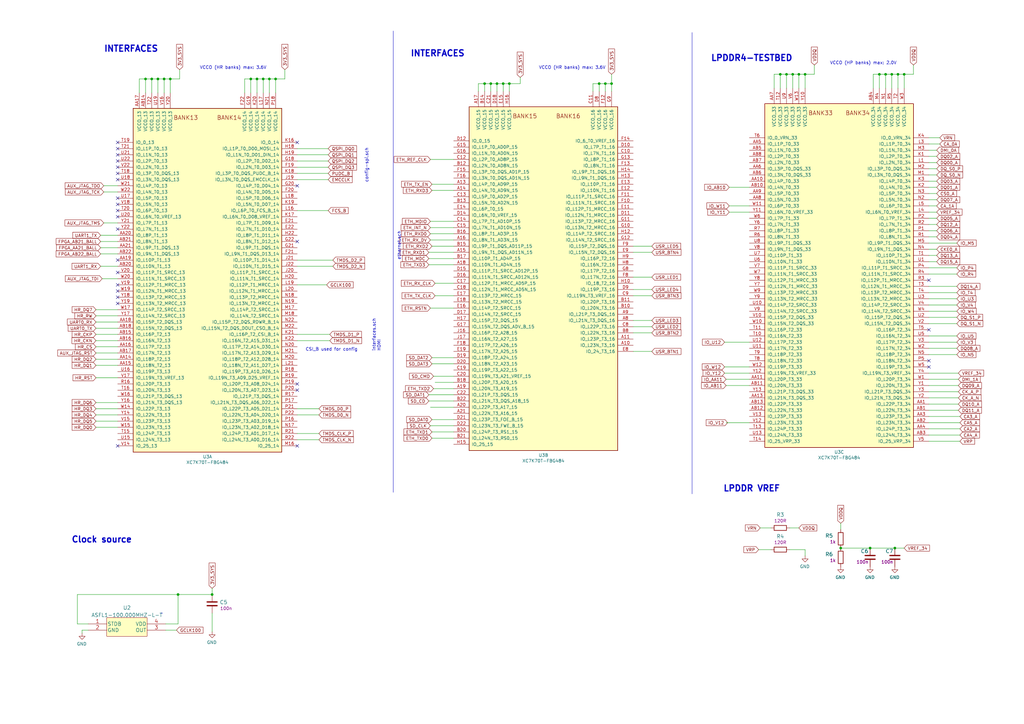
<source format=kicad_sch>
(kicad_sch (version 20230121) (generator eeschema)
  (paper "A3")
  (title_block (title "LPDDR4 Test Board") (date "2022-07-20") (rev "1.1.3"))
  (lib_symbols
    (symbol "lpddr4-test-board:ASFL1-100.000MHZ-L-T" (pin_names (offset 0.254))
      (property "Reference" "U" (at 20.32 10.16 0))
      (property "Value" "ASFL1-100.000MHZ-L-T" (at 20.32 7.62 0))
      (symbol "ASFL1-100.000MHZ-L-T_1_1"
        (pin unspecified line (at 0 0 0) (length 7.62) (name "STDB") (number "1"))
        (pin unspecified line (at 0 -2.54 0) (length 7.62) (name "GND") (number "2"))
        (pin unspecified line (at 31.75 -2.54 180) (length 7.62) (name "OUT") (number "3"))
        (pin unspecified line (at 31.75 0 180) (length 7.62) (name "VDD") (number "4"))
      )
    )
    (symbol "lpddr4-test-board:C_100n_0402_6V3" (pin_names (offset 0))
      (property "Reference" "C" (at -1.397 3.429 0))
      (property "Val" "100n" (at 0 -2.54 0))
      (symbol "C_100n_0402_6V3_1_1"
        (pin passive line (at 0 3.81 270) (length 2.794) (name "~") (number "1"))
        (pin passive line (at 0 -3.81 90) (length 2.794) (name "~") (number "2"))
      )
    )
    (symbol "lpddr4-test-board:GND" (power) (pin_names (offset 0))
      (property "Value" "GND" (at 0 -3.81 0))
      (symbol "GND_1_1"
        (pin power_in line (at 0 0 270) (length 0) hide (name "GND") (number "1"))
      )
    )
    (symbol "lpddr4-test-board:R_120R_0603" (pin_names (offset 0))
      (property "Reference" "R" (at -1.397 3.429 0))
      (property "Val" "120R" (at 0 -2.54 0))
      (symbol "R_120R_0603_1_1"
        (pin passive line (at -3.81 0 0) (length 1.27) (name "~") (number "1"))
        (pin passive line (at 3.81 0 180) (length 1.27) (name "~") (number "2"))
      )
    )
    (symbol "lpddr4-test-board:R_1k_0603" (pin_names (offset 0))
      (property "Reference" "R" (at -1.397 3.429 0))
      (property "Val" "1k" (at 0 -2.54 0))
      (symbol "R_1k_0603_1_1"
        (pin passive line (at -3.81 0 0) (length 1.27) (name "~") (number "1"))
        (pin passive line (at 3.81 0 180) (length 1.27) (name "~") (number "2"))
      )
    )
    (symbol "lpddr4-test-board:XC7K70T-FBG484" (pin_names (offset 1.016))
      (property "Reference" "U" (at 13.97 16.51 0))
      (property "Value" "XC7K70T-FBG484" (at 13.97 13.97 0))
      (property "Manufacturer" "Xilinx" (at 0 0 0))
      (property "MPN" "XC7K70T-1FBG484C" (at 0 0 0))
      (symbol "XC7K70T-FBG484_1_1"
        (text "BANK13" (at -8.89 68.58 0) (effects (font (size 1.7018 1.7018))))
        (text "BANK14" (at 8.89 68.58 0) (effects (font (size 1.7018 1.7018))))
        (pin bidirectional line (at -36.83 -30.48 0) (length 6.35) (name "IO_L18P_T2_13") (number "AA14"))
        (pin bidirectional line (at -36.83 -33.02 0) (length 6.35) (name "IO_L18N_T2_13") (number "AA15"))
        (pin bidirectional line (at -36.83 -25.4 0) (length 6.35) (name "IO_L17P_T2_13") (number "AA16"))
        (pin power_in line (at -27.94 78.74 270) (length 6.35) (name "VCCO_13") (number "AA17"))
        (pin bidirectional line (at -36.83 -15.24 0) (length 6.35) (name "IO_L15P_T2_DQS_13") (number "AA18"))
        (pin bidirectional line (at -36.83 10.16 0) (length 6.35) (name "IO_L10P_T1_13") (number "AA19"))
        (pin bidirectional line (at -36.83 20.32 0) (length 6.35) (name "IO_L8P_T1_13") (number "AA20"))
        (pin bidirectional line (at -36.83 15.24 0) (length 6.35) (name "IO_L9P_T1_DQS_13") (number "AA21"))
        (pin power_in line (at -25.4 78.74 270) (length 6.35) (name "VCCO_13") (number "AB14"))
        (pin bidirectional line (at -36.83 -20.32 0) (length 6.35) (name "IO_L16P_T2_13") (number "AB15"))
        (pin bidirectional line (at -36.83 -22.86 0) (length 6.35) (name "IO_L16N_T2_13") (number "AB16"))
        (pin bidirectional line (at -36.83 -27.94 0) (length 6.35) (name "IO_L17N_T2_13") (number "AB17"))
        (pin bidirectional line (at -36.83 -17.78 0) (length 6.35) (name "IO_L15N_T2_DQS_13") (number "AB18"))
        (pin bidirectional line (at -36.83 7.62 0) (length 6.35) (name "IO_L10N_T1_13") (number "AB20"))
        (pin bidirectional line (at -36.83 17.78 0) (length 6.35) (name "IO_L8N_T1_13") (number "AB21"))
        (pin bidirectional line (at -36.83 12.7 0) (length 6.35) (name "IO_L9N_T1_DQS_13") (number "AB22"))
        (pin bidirectional line (at 36.83 25.4 180) (length 6.35) (name "IO_L7P_T1_D09_14") (number "E21"))
        (pin bidirectional line (at 36.83 22.86 180) (length 6.35) (name "IO_L7N_T1_D10_14") (number "E22"))
        (pin bidirectional line (at 36.83 48.26 180) (length 6.35) (name "IO_L2N_T0_D03_14") (number "F19"))
        (pin bidirectional line (at 36.83 38.1 180) (length 6.35) (name "IO_L4N_T0_D05_14") (number "F20"))
        (pin bidirectional line (at 36.83 12.7 180) (length 6.35) (name "IO_L9N_T1_DQS_D13_14") (number "F21"))
        (pin power_in line (at 15.24 78.74 270) (length 6.35) (name "VCCO_14") (number "F22"))
        (pin bidirectional line (at 36.83 50.8 180) (length 6.35) (name "IO_L2P_T0_D02_14") (number "G18"))
        (pin power_in line (at 17.78 78.74 270) (length 6.35) (name "VCCO_14") (number "G19"))
        (pin bidirectional line (at 36.83 40.64 180) (length 6.35) (name "IO_L4P_T0_D04_14") (number "G20"))
        (pin bidirectional line (at 36.83 15.24 180) (length 6.35) (name "IO_L9P_T1_DQS_14") (number "G21"))
        (pin bidirectional line (at 36.83 17.78 180) (length 6.35) (name "IO_L8N_T1_D12_14") (number "G22"))
        (pin bidirectional line (at 36.83 55.88 180) (length 6.35) (name "IO_L1P_T0_D00_MOSI_14") (number "H18"))
        (pin bidirectional line (at 36.83 53.34 180) (length 6.35) (name "IO_L1N_T0_D01_DIN_14") (number "H19"))
        (pin bidirectional line (at 36.83 2.54 180) (length 6.35) (name "IO_L11N_T1_SRCC_14") (number "H20"))
        (pin bidirectional line (at 36.83 20.32 180) (length 6.35) (name "IO_L8P_T1_D11_14") (number "H22"))
        (pin bidirectional line (at 36.83 43.18 180) (length 6.35) (name "IO_L3N_T0_DQS_EMCCLK_14") (number "J19"))
        (pin bidirectional line (at 36.83 5.08 180) (length 6.35) (name "IO_L11P_T1_SRCC_14") (number "J20"))
        (pin bidirectional line (at 36.83 10.16 180) (length 6.35) (name "IO_L10P_T1_D14_14") (number "J21"))
        (pin bidirectional line (at 36.83 7.62 180) (length 6.35) (name "IO_L10N_T1_D15_14") (number "J22"))
        (pin bidirectional line (at 36.83 58.42 180) (length 6.35) (name "IO_0_14") (number "K16"))
        (pin bidirectional line (at 36.83 27.94 180) (length 6.35) (name "IO_L6N_T0_D08_VREF_14") (number "K17"))
        (pin bidirectional line (at 36.83 45.72 180) (length 6.35) (name "IO_L3P_T0_DQS_PUDC_B_14") (number "K18"))
        (pin bidirectional line (at 36.83 33.02 180) (length 6.35) (name "IO_L5N_T0_D07_14") (number "K19"))
        (pin power_in line (at 20.32 78.74 270) (length 6.35) (name "VCCO_14") (number "K20"))
        (pin bidirectional line (at 36.83 -20.32 180) (length 6.35) (name "IO_L16P_T2_CSI_B_14") (number "K21"))
        (pin bidirectional line (at 36.83 -22.86 180) (length 6.35) (name "IO_L16N_T2_A15_D31_14") (number "K22"))
        (pin bidirectional line (at 36.83 30.48 180) (length 6.35) (name "IO_L6P_T0_FCS_B_14") (number "L16"))
        (pin power_in line (at 22.86 78.74 270) (length 6.35) (name "VCCO_14") (number "L17"))
        (pin bidirectional line (at 36.83 35.56 180) (length 6.35) (name "IO_L5P_T0_D06_14") (number "L18"))
        (pin bidirectional line (at 36.83 0 180) (length 6.35) (name "IO_L12P_T1_MRCC_14") (number "L19"))
        (pin bidirectional line (at 36.83 -2.54 180) (length 6.35) (name "IO_L12N_T1_MRCC_14") (number "L20"))
        (pin bidirectional line (at 36.83 -33.02 180) (length 6.35) (name "IO_L18N_T2_A11_D27_14") (number "L21"))
        (pin bidirectional line (at 36.83 -66.04 180) (length 6.35) (name "IO_25_14") (number "M16"))
        (pin bidirectional line (at 36.83 -10.16 180) (length 6.35) (name "IO_L14P_T2_SRCC_14") (number "M17"))
        (pin bidirectional line (at 36.83 -12.7 180) (length 6.35) (name "IO_L14N_T2_SRCC_14") (number "M18"))
        (pin bidirectional line (at 36.83 -30.48 180) (length 6.35) (name "IO_L18P_T2_A12_D28_14") (number "M20"))
        (pin bidirectional line (at 36.83 -27.94 180) (length 6.35) (name "IO_L17N_T2_A13_D29_14") (number "M21"))
        (pin bidirectional line (at 36.83 -17.78 180) (length 6.35) (name "IO_L15N_T2_DQS_DOUT_CSO_B_14") (number "M22"))
        (pin bidirectional line (at 36.83 -58.42 180) (length 6.35) (name "IO_L23N_T3_A02_D18_14") (number "N17"))
        (pin bidirectional line (at 36.83 -5.08 180) (length 6.35) (name "IO_L13P_T2_MRCC_14") (number "N18"))
        (pin bidirectional line (at 36.83 -7.62 180) (length 6.35) (name "IO_L13N_T2_MRCC_14") (number "N19"))
        (pin bidirectional line (at 36.83 -25.4 180) (length 6.35) (name "IO_L17P_T2_A14_D30_14") (number "N20"))
        (pin power_in line (at 25.4 78.74 270) (length 6.35) (name "VCCO_14") (number "N21"))
        (pin bidirectional line (at 36.83 -15.24 180) (length 6.35) (name "IO_L15P_T2_DQS_RDWR_B_14") (number "N22"))
        (pin bidirectional line (at 36.83 -55.88 180) (length 6.35) (name "IO_L23P_T3_A03_D19_14") (number "P16"))
        (pin bidirectional line (at 36.83 -48.26 180) (length 6.35) (name "IO_L21N_T3_DQS_A06_D22_14") (number "P17"))
        (pin power_in line (at 27.94 78.74 270) (length 6.35) (name "VCCO_14") (number "P18"))
        (pin bidirectional line (at 36.83 -40.64 180) (length 6.35) (name "IO_L20P_T3_A08_D24_14") (number "P19"))
        (pin bidirectional line (at 36.83 -43.18 180) (length 6.35) (name "IO_L20N_T3_A07_D23_14") (number "P20"))
        (pin bidirectional line (at 36.83 -50.8 180) (length 6.35) (name "IO_L22P_T3_A05_D21_14") (number "P21"))
        (pin bidirectional line (at 36.83 -53.34 180) (length 6.35) (name "IO_L22N_T3_A04_D20_14") (number "P22"))
        (pin bidirectional line (at -36.83 -40.64 0) (length 6.35) (name "IO_L20P_T3_13") (number "R16"))
        (pin bidirectional line (at 36.83 -45.72 180) (length 6.35) (name "IO_L21P_T3_DQS_14") (number "R17"))
        (pin bidirectional line (at 36.83 -35.56 180) (length 6.35) (name "IO_L19P_T3_A10_D26_14") (number "R18"))
        (pin bidirectional line (at 36.83 -38.1 180) (length 6.35) (name "IO_L19N_T3_A09_D25_VREF_14") (number "R19"))
        (pin bidirectional line (at 36.83 -60.96 180) (length 6.35) (name "IO_L24P_T3_A01_D17_14") (number "R21"))
        (pin bidirectional line (at 36.83 -63.5 180) (length 6.35) (name "IO_L24N_T3_A00_D16_14") (number "R22"))
        (pin bidirectional line (at -36.83 -60.96 0) (length 6.35) (name "IO_L24P_T3_13") (number "T15"))
        (pin bidirectional line (at -36.83 -43.18 0) (length 6.35) (name "IO_L20N_T3_13") (number "T16"))
        (pin bidirectional line (at -36.83 45.72 0) (length 6.35) (name "IO_L3P_T0_DQS_13") (number "T18"))
        (pin bidirectional line (at -36.83 58.42 0) (length 6.35) (name "IO_0_13") (number "T19"))
        (pin bidirectional line (at -36.83 30.48 0) (length 6.35) (name "IO_L6P_T0_13") (number "T20"))
        (pin bidirectional line (at -36.83 55.88 0) (length 6.35) (name "IO_L1P_T0_13") (number "T21"))
        (pin power_in line (at -22.86 78.74 270) (length 6.35) (name "VCCO_13") (number "T22"))
        (pin bidirectional line (at -36.83 -63.5 0) (length 6.35) (name "IO_L24N_T3_13") (number "U15"))
        (pin bidirectional line (at -36.83 -35.56 0) (length 6.35) (name "IO_L19P_T3_13") (number "U16"))
        (pin bidirectional line (at -36.83 35.56 0) (length 6.35) (name "IO_L5P_T0_13") (number "U17"))
        (pin bidirectional line (at -36.83 43.18 0) (length 6.35) (name "IO_L3N_T0_DQS_13") (number "U18"))
        (pin power_in line (at -20.32 78.74 270) (length 6.35) (name "VCCO_13") (number "U19"))
        (pin bidirectional line (at -36.83 27.94 0) (length 6.35) (name "IO_L6N_T0_VREF_13") (number "U20"))
        (pin bidirectional line (at -36.83 53.34 0) (length 6.35) (name "IO_L1N_T0_13") (number "U21"))
        (pin bidirectional line (at -36.83 50.8 0) (length 6.35) (name "IO_L2P_T0_13") (number "U22"))
        (pin bidirectional line (at -36.83 -66.04 0) (length 6.35) (name "IO_25_13") (number "V14"))
        (pin bidirectional line (at -36.83 -55.88 0) (length 6.35) (name "IO_L23P_T3_13") (number "V15"))
        (pin power_in line (at -17.78 78.74 270) (length 6.35) (name "VCCO_13") (number "V16"))
        (pin bidirectional line (at -36.83 -38.1 0) (length 6.35) (name "IO_L19N_T3_VREF_13") (number "V17"))
        (pin bidirectional line (at -36.83 33.02 0) (length 6.35) (name "IO_L5N_T0_13") (number "V18"))
        (pin bidirectional line (at -36.83 0 0) (length 6.35) (name "IO_L12P_T1_MRCC_13") (number "V19"))
        (pin bidirectional line (at -36.83 5.08 0) (length 6.35) (name "IO_L11P_T1_SRCC_13") (number "V20"))
        (pin bidirectional line (at -36.83 48.26 0) (length 6.35) (name "IO_L2N_T0_13") (number "V22"))
        (pin bidirectional line (at -36.83 -50.8 0) (length 6.35) (name "IO_L22P_T3_13") (number "W14"))
        (pin bidirectional line (at -36.83 -58.42 0) (length 6.35) (name "IO_L23N_T3_13") (number "W15"))
        (pin bidirectional line (at -36.83 -45.72 0) (length 6.35) (name "IO_L21P_T3_DQS_13") (number "W16"))
        (pin bidirectional line (at -36.83 -10.16 0) (length 6.35) (name "IO_L14P_T2_SRCC_13") (number "W17"))
        (pin bidirectional line (at -36.83 -2.54 0) (length 6.35) (name "IO_L12N_T1_MRCC_13") (number "W19"))
        (pin bidirectional line (at -36.83 2.54 0) (length 6.35) (name "IO_L11N_T1_SRCC_13") (number "W20"))
        (pin bidirectional line (at -36.83 40.64 0) (length 6.35) (name "IO_L4P_T0_13") (number "W21"))
        (pin bidirectional line (at -36.83 38.1 0) (length 6.35) (name "IO_L4N_T0_13") (number "W22"))
        (pin bidirectional line (at -36.83 -53.34 0) (length 6.35) (name "IO_L22N_T3_13") (number "Y14"))
        (pin bidirectional line (at -36.83 -48.26 0) (length 6.35) (name "IO_L21N_T3_DQS_13") (number "Y16"))
        (pin bidirectional line (at -36.83 -12.7 0) (length 6.35) (name "IO_L14N_T2_SRCC_13") (number "Y17"))
        (pin bidirectional line (at -36.83 -5.08 0) (length 6.35) (name "IO_L13P_T2_MRCC_13") (number "Y18"))
        (pin bidirectional line (at -36.83 -7.62 0) (length 6.35) (name "IO_L13N_T2_MRCC_13") (number "Y19"))
        (pin power_in line (at -15.24 78.74 270) (length 6.35) (name "VCCO_13") (number "Y20"))
        (pin bidirectional line (at -36.83 25.4 0) (length 6.35) (name "IO_L7P_T1_13") (number "Y21"))
        (pin bidirectional line (at -36.83 22.86 0) (length 6.35) (name "IO_L7N_T1_13") (number "Y22"))
      )
      (symbol "XC7K70T-FBG484_2_0"
        (text "BANK16" (at 10.16 68.58 0) (effects (font (size 1.7018 1.7018))))
      )
      (symbol "XC7K70T-FBG484_2_1"
        (text "BANK15" (at -7.62 68.58 0) (effects (font (size 1.7018 1.7018))))
        (pin bidirectional line (at 36.83 -25.4 180) (length 6.35) (name "IO_L23N_T3_16") (number "A10"))
        (pin bidirectional line (at 36.83 -22.86 180) (length 6.35) (name "IO_L23P_T3_16") (number "A11"))
        (pin bidirectional line (at -36.83 40.64 0) (length 6.35) (name "IO_L4P_T0_AD9P_15") (number "A13"))
        (pin bidirectional line (at -36.83 38.1 0) (length 6.35) (name "IO_L4N_T0_AD9N_15") (number "A14"))
        (pin bidirectional line (at -36.83 12.7 0) (length 6.35) (name "IO_L9N_T1_DQS_AD11N_15") (number "A15"))
        (pin bidirectional line (at -36.83 17.78 0) (length 6.35) (name "IO_L8N_T1_AD3N_15") (number "A16"))
        (pin power_in line (at -26.67 78.74 270) (length 6.35) (name "VCCO_15") (number "A17"))
        (pin bidirectional line (at -36.83 7.62 0) (length 6.35) (name "IO_L10N_T1_AD4N_15") (number "A18"))
        (pin bidirectional line (at -36.83 -43.18 0) (length 6.35) (name "IO_L20N_T3_A19_15") (number "A19"))
        (pin bidirectional line (at -36.83 -50.8 0) (length 6.35) (name "IO_L22P_T3_A17_15") (number "A20"))
        (pin bidirectional line (at -36.83 -53.34 0) (length 6.35) (name "IO_L22N_T3_A16_15") (number "A21"))
        (pin bidirectional line (at 36.83 -15.24 180) (length 6.35) (name "IO_L21N_T3_DQS_16") (number "A8"))
        (pin bidirectional line (at 36.83 -12.7 180) (length 6.35) (name "IO_L21P_T3_DQS_16") (number "A9"))
        (pin bidirectional line (at 36.83 -10.16 180) (length 6.35) (name "IO_L20N_T3_16") (number "B10"))
        (pin bidirectional line (at 36.83 -7.62 180) (length 6.35) (name "IO_L20P_T3_16") (number "B11"))
        (pin bidirectional line (at -36.83 48.26 0) (length 6.35) (name "IO_L2N_T0_AD8N_15") (number "B12"))
        (pin bidirectional line (at -36.83 33.02 0) (length 6.35) (name "IO_L5N_T0_AD2N_15") (number "B13"))
        (pin power_in line (at -24.13 78.74 270) (length 6.35) (name "VCCO_15") (number "B14"))
        (pin bidirectional line (at -36.83 15.24 0) (length 6.35) (name "IO_L9P_T1_DQS_AD11P_15") (number "B15"))
        (pin bidirectional line (at -36.83 20.32 0) (length 6.35) (name "IO_L8P_T1_AD3P_15") (number "B16"))
        (pin bidirectional line (at -36.83 10.16 0) (length 6.35) (name "IO_L10P_T1_AD4P_15") (number "B17"))
        (pin bidirectional line (at -36.83 -40.64 0) (length 6.35) (name "IO_L20P_T3_A20_15") (number "B18"))
        (pin bidirectional line (at -36.83 -60.96 0) (length 6.35) (name "IO_L24P_T3_RS1_15") (number "B20"))
        (pin bidirectional line (at -36.83 -63.5 0) (length 6.35) (name "IO_L24N_T3_RS0_15") (number "B21"))
        (pin bidirectional line (at -36.83 -48.26 0) (length 6.35) (name "IO_L21N_T3_DQS_A18_15") (number "B22"))
        (pin bidirectional line (at 36.83 -20.32 180) (length 6.35) (name "IO_L22N_T3_16") (number "B8"))
        (pin bidirectional line (at 36.83 53.34 180) (length 6.35) (name "IO_L7N_T1_16") (number "C10"))
        (pin power_in line (at 20.32 78.74 270) (length 6.35) (name "VCCO_16") (number "C11"))
        (pin bidirectional line (at -36.83 50.8 0) (length 6.35) (name "IO_L2P_T0_AD8P_15") (number "C12"))
        (pin bidirectional line (at -36.83 35.56 0) (length 6.35) (name "IO_L5P_T0_AD2P_15") (number "C13"))
        (pin bidirectional line (at -36.83 25.4 0) (length 6.35) (name "IO_L7P_T1_AD10P_15") (number "C14"))
        (pin bidirectional line (at -36.83 22.86 0) (length 6.35) (name "IO_L7N_T1_AD10N_15") (number "C15"))
        (pin bidirectional line (at -36.83 0 0) (length 6.35) (name "IO_L12P_T1_MRCC_AD5P_15") (number "C17"))
        (pin bidirectional line (at -36.83 -2.54 0) (length 6.35) (name "IO_L12N_T1_MRCC_AD5N_15") (number "C18"))
        (pin bidirectional line (at -36.83 -35.56 0) (length 6.35) (name "IO_L19P_T3_A22_15") (number "C19"))
        (pin bidirectional line (at -36.83 -38.1 0) (length 6.35) (name "IO_L19N_T3_A21_VREF_15") (number "C20"))
        (pin power_in line (at -21.59 78.74 270) (length 6.35) (name "VCCO_15") (number "C21"))
        (pin bidirectional line (at -36.83 -45.72 0) (length 6.35) (name "IO_L21P_T3_DQS_15") (number "C22"))
        (pin bidirectional line (at 36.83 -17.78 180) (length 6.35) (name "IO_L22P_T3_16") (number "C8"))
        (pin bidirectional line (at 36.83 -5.08 180) (length 6.35) (name "IO_L19N_T3_VREF_16") (number "C9"))
        (pin bidirectional line (at 36.83 55.88 180) (length 6.35) (name "IO_L7P_T1_16") (number "D10"))
        (pin bidirectional line (at 36.83 27.94 180) (length 6.35) (name "IO_L12N_T1_MRCC_16") (number "D11"))
        (pin bidirectional line (at -36.83 58.42 0) (length 6.35) (name "IO_0_15") (number "D12"))
        (pin bidirectional line (at -36.83 27.94 0) (length 6.35) (name "IO_L6N_T0_VREF_15") (number "D14"))
        (pin bidirectional line (at -36.83 5.08 0) (length 6.35) (name "IO_L11P_T1_SRCC_AD12P_15") (number "D15"))
        (pin bidirectional line (at -36.83 2.54 0) (length 6.35) (name "IO_L11N_T1_SRCC_AD12N_15") (number "D16"))
        (pin bidirectional line (at -36.83 -12.7 0) (length 6.35) (name "IO_L14N_T2_SRCC_15") (number "D17"))
        (pin power_in line (at -19.05 78.74 270) (length 6.35) (name "VCCO_15") (number "D18"))
        (pin bidirectional line (at -36.83 -30.48 0) (length 6.35) (name "IO_L18P_T2_A24_15") (number "D19"))
        (pin bidirectional line (at -36.83 -33.02 0) (length 6.35) (name "IO_L18N_T2_A23_15") (number "D20"))
        (pin bidirectional line (at -36.83 -55.88 0) (length 6.35) (name "IO_L23P_T3_FOE_B_15") (number "D21"))
        (pin bidirectional line (at -36.83 -58.42 0) (length 6.35) (name "IO_L23N_T3_FWE_B_15") (number "D22"))
        (pin power_in line (at 22.86 78.74 270) (length 6.35) (name "VCCO_16") (number "D8"))
        (pin bidirectional line (at 36.83 -2.54 180) (length 6.35) (name "IO_L19P_T3_16") (number "D9"))
        (pin bidirectional line (at 36.83 30.48 180) (length 6.35) (name "IO_L12P_T1_MRCC_16") (number "E11"))
        (pin bidirectional line (at 36.83 38.1 180) (length 6.35) (name "IO_L10N_T1_16") (number "E12"))
        (pin bidirectional line (at 36.83 40.64 180) (length 6.35) (name "IO_L10P_T1_16") (number "E13"))
        (pin bidirectional line (at -36.83 30.48 0) (length 6.35) (name "IO_L6P_T0_15") (number "E14"))
        (pin power_in line (at -16.51 78.74 270) (length 6.35) (name "VCCO_15") (number "E15"))
        (pin bidirectional line (at -36.83 -10.16 0) (length 6.35) (name "IO_L14P_T2_SRCC_15") (number "E16"))
        (pin bidirectional line (at -36.83 -5.08 0) (length 6.35) (name "IO_L13P_T2_MRCC_15") (number "E17"))
        (pin bidirectional line (at -36.83 -7.62 0) (length 6.35) (name "IO_L13N_T2_MRCC_15") (number "E18"))
        (pin bidirectional line (at -36.83 -27.94 0) (length 6.35) (name "IO_L17N_T2_A25_15") (number "E19"))
        (pin bidirectional line (at 36.83 -27.94 180) (length 6.35) (name "IO_24_T3_16") (number "E8"))
        (pin bidirectional line (at 36.83 12.7 180) (length 6.35) (name "IO_L15N_T2_DQS_16") (number "E9"))
        (pin bidirectional line (at 36.83 33.02 180) (length 6.35) (name "IO_L11N_T1_SRCC_16") (number "F10"))
        (pin bidirectional line (at 36.83 35.56 180) (length 6.35) (name "IO_L11P_T1_SRCC_16") (number "F11"))
        (pin power_in line (at 25.4 78.74 270) (length 6.35) (name "VCCO_16") (number "F12"))
        (pin bidirectional line (at 36.83 48.26 180) (length 6.35) (name "IO_L8N_T1_16") (number "F13"))
        (pin bidirectional line (at 36.83 58.42 180) (length 6.35) (name "IO_6_T0_VREF_16") (number "F14"))
        (pin bidirectional line (at -36.83 45.72 0) (length 6.35) (name "IO_L3P_T0_DQS_AD1P_15") (number "F15"))
        (pin bidirectional line (at -36.83 43.18 0) (length 6.35) (name "IO_L3N_T0_DQS_AD1N_15") (number "F16"))
        (pin bidirectional line (at -36.83 -25.4 0) (length 6.35) (name "IO_L17P_T2_A26_15") (number "F18"))
        (pin bidirectional line (at 36.83 2.54 180) (length 6.35) (name "IO_L17N_T2_16") (number "F8"))
        (pin bidirectional line (at 36.83 15.24 180) (length 6.35) (name "IO_L15P_T2_DQS_16") (number "F9"))
        (pin bidirectional line (at 36.83 22.86 180) (length 6.35) (name "IO_L13N_T2_MRCC_16") (number "G10"))
        (pin bidirectional line (at 36.83 25.4 180) (length 6.35) (name "IO_L13P_T2_MRCC_16") (number "G11"))
        (pin bidirectional line (at 36.83 17.78 180) (length 6.35) (name "IO_L14N_T2_SRCC_16") (number "G12"))
        (pin bidirectional line (at 36.83 50.8 180) (length 6.35) (name "IO_L8P_T1_16") (number "G13"))
        (pin bidirectional line (at -36.83 55.88 0) (length 6.35) (name "IO_L1P_T0_AD0P_15") (number "G15"))
        (pin bidirectional line (at -36.83 53.34 0) (length 6.35) (name "IO_L1N_T0_AD0N_15") (number "G16"))
        (pin bidirectional line (at -36.83 -17.78 0) (length 6.35) (name "IO_L15N_T2_DQS_ADV_B_15") (number "G17"))
        (pin bidirectional line (at 36.83 5.08 180) (length 6.35) (name "IO_L17P_T2_16") (number "G8"))
        (pin power_in line (at 27.94 78.74 270) (length 6.35) (name "VCCO_16") (number "G9"))
        (pin bidirectional line (at 36.83 0 180) (length 6.35) (name "IO_18_T2_16") (number "H10"))
        (pin bidirectional line (at 36.83 20.32 180) (length 6.35) (name "IO_L14P_T2_SRCC_16") (number "H12"))
        (pin bidirectional line (at 36.83 43.18 180) (length 6.35) (name "IO_L9N_T1_DQS_16") (number "H13"))
        (pin bidirectional line (at 36.83 45.72 180) (length 6.35) (name "IO_L9P_T1_DQS_16") (number "H14"))
        (pin bidirectional line (at -36.83 -66.04 0) (length 6.35) (name "IO_25_15") (number "H15"))
        (pin power_in line (at -13.97 78.74 270) (length 6.35) (name "VCCO_15") (number "H16"))
        (pin bidirectional line (at -36.83 -15.24 0) (length 6.35) (name "IO_L15P_T2_DQS_15") (number "H17"))
        (pin bidirectional line (at 36.83 7.62 180) (length 6.35) (name "IO_L16N_T2_16") (number "H8"))
        (pin bidirectional line (at 36.83 10.16 180) (length 6.35) (name "IO_L16P_T2_16") (number "H9"))
        (pin bidirectional line (at -36.83 -20.32 0) (length 6.35) (name "IO_L16P_T2_A28_15") (number "J16"))
        (pin bidirectional line (at -36.83 -22.86 0) (length 6.35) (name "IO_L16N_T2_A27_15") (number "J17"))
      )
      (symbol "XC7K70T-FBG484_3_1"
        (text "BANK33" (at -7.62 68.58 0) (effects (font (size 1.7018 1.7018))))
        (text "BANK34" (at 7.62 68.58 0) (effects (font (size 1.7018 1.7018))))
        (pin bidirectional line (at 36.83 -50.8 180) (length 6.35) (name "IO_L22P_T3_34") (number "AA1"))
        (pin bidirectional line (at -36.83 40.64 0) (length 6.35) (name "IO_L4P_T0_33") (number "AA10"))
        (pin bidirectional line (at -36.83 -40.64 0) (length 6.35) (name "IO_L20P_T3_33") (number "AA11"))
        (pin bidirectional line (at -36.83 -48.26 0) (length 6.35) (name "IO_L21N_T3_DQS_33") (number "AA13"))
        (pin bidirectional line (at 36.83 -55.88 180) (length 6.35) (name "IO_L23P_T3_34") (number "AA3"))
        (pin bidirectional line (at 36.83 -60.96 180) (length 6.35) (name "IO_L24P_T3_34") (number "AA4"))
        (pin bidirectional line (at -36.83 55.88 0) (length 6.35) (name "IO_L1P_T0_33") (number "AA5"))
        (pin bidirectional line (at -36.83 45.72 0) (length 6.35) (name "IO_L3P_T0_DQS_33") (number "AA6"))
        (pin power_in line (at -26.67 78.74 270) (length 6.35) (name "VCCO_33") (number "AA7"))
        (pin bidirectional line (at -36.83 33.02 0) (length 6.35) (name "IO_L5N_T0_33") (number "AA8"))
        (pin bidirectional line (at -36.83 35.56 0) (length 6.35) (name "IO_L5P_T0_33") (number "AA9"))
        (pin bidirectional line (at 36.83 -53.34 180) (length 6.35) (name "IO_L22N_T3_34") (number "AB1"))
        (pin bidirectional line (at -36.83 38.1 0) (length 6.35) (name "IO_L4N_T0_33") (number "AB10"))
        (pin bidirectional line (at -36.83 -43.18 0) (length 6.35) (name "IO_L20N_T3_33") (number "AB11"))
        (pin bidirectional line (at -36.83 -53.34 0) (length 6.35) (name "IO_L22N_T3_33") (number "AB12"))
        (pin bidirectional line (at -36.83 -50.8 0) (length 6.35) (name "IO_L22P_T3_33") (number "AB13"))
        (pin bidirectional line (at 36.83 -58.42 180) (length 6.35) (name "IO_L23N_T3_34") (number "AB2"))
        (pin bidirectional line (at 36.83 -63.5 180) (length 6.35) (name "IO_L24N_T3_34") (number "AB3"))
        (pin power_in line (at 13.97 78.74 270) (length 6.35) (name "VCCO_34") (number "AB4"))
        (pin bidirectional line (at -36.83 53.34 0) (length 6.35) (name "IO_L1N_T0_33") (number "AB5"))
        (pin bidirectional line (at -36.83 43.18 0) (length 6.35) (name "IO_L3N_T0_DQS_33") (number "AB6"))
        (pin bidirectional line (at -36.83 48.26 0) (length 6.35) (name "IO_L2N_T0_33") (number "AB7"))
        (pin bidirectional line (at -36.83 50.8 0) (length 6.35) (name "IO_L2P_T0_33") (number "AB8"))
        (pin bidirectional line (at 36.83 50.8 180) (length 6.35) (name "IO_L2P_T0_34") (number "K1"))
        (pin bidirectional line (at 36.83 38.1 180) (length 6.35) (name "IO_L4N_T0_34") (number "K2"))
        (pin bidirectional line (at 36.83 40.64 180) (length 6.35) (name "IO_L4P_T0_34") (number "K3"))
        (pin bidirectional line (at 36.83 58.42 180) (length 6.35) (name "IO_0_VRN_34") (number "K4"))
        (pin bidirectional line (at 36.83 48.26 180) (length 6.35) (name "IO_L2N_T0_34") (number "L1"))
        (pin bidirectional line (at 36.83 55.88 180) (length 6.35) (name "IO_L1P_T0_34") (number "L3"))
        (pin bidirectional line (at 36.83 27.94 180) (length 6.35) (name "IO_L6N_T0_VREF_34") (number "L4"))
        (pin bidirectional line (at 36.83 30.48 180) (length 6.35) (name "IO_L6P_T0_34") (number "L5"))
        (pin bidirectional line (at 36.83 43.18 180) (length 6.35) (name "IO_L3N_T0_DQS_34") (number "M1"))
        (pin bidirectional line (at 36.83 45.72 180) (length 6.35) (name "IO_L3P_T0_DQS_34") (number "M2"))
        (pin bidirectional line (at 36.83 53.34 180) (length 6.35) (name "IO_L1N_T0_34") (number "M3"))
        (pin power_in line (at 16.51 78.74 270) (length 6.35) (name "VCCO_34") (number "M4"))
        (pin bidirectional line (at 36.83 15.24 180) (length 6.35) (name "IO_L9P_T1_DQS_34") (number "M5"))
        (pin power_in line (at 19.05 78.74 270) (length 6.35) (name "VCCO_34") (number "N1"))
        (pin bidirectional line (at 36.83 33.02 180) (length 6.35) (name "IO_L5N_T0_34") (number "N2"))
        (pin bidirectional line (at 36.83 35.56 180) (length 6.35) (name "IO_L5P_T0_34") (number "N3"))
        (pin bidirectional line (at 36.83 12.7 180) (length 6.35) (name "IO_L9N_T1_DQS_34") (number "N4"))
        (pin bidirectional line (at 36.83 -30.48 180) (length 6.35) (name "IO_L18P_T2_34") (number "N5"))
        (pin bidirectional line (at 36.83 20.32 180) (length 6.35) (name "IO_L8P_T1_34") (number "P1"))
        (pin bidirectional line (at 36.83 25.4 180) (length 6.35) (name "IO_L7P_T1_34") (number "P2"))
        (pin bidirectional line (at 36.83 5.08 180) (length 6.35) (name "IO_L11P_T1_SRCC_34") (number "P4"))
        (pin bidirectional line (at 36.83 -33.02 180) (length 6.35) (name "IO_L18N_T2_34") (number "P5"))
        (pin bidirectional line (at 36.83 17.78 180) (length 6.35) (name "IO_L8N_T1_34") (number "R1"))
        (pin bidirectional line (at 36.83 22.86 180) (length 6.35) (name "IO_L7N_T1_34") (number "R2"))
        (pin bidirectional line (at 36.83 0 180) (length 6.35) (name "IO_L12P_T1_MRCC_34") (number "R3"))
        (pin bidirectional line (at 36.83 2.54 180) (length 6.35) (name "IO_L11N_T1_SRCC_34") (number "R4"))
        (pin power_in line (at 21.59 78.74 270) (length 6.35) (name "VCCO_34") (number "R5"))
        (pin bidirectional line (at -36.83 17.78 0) (length 6.35) (name "IO_L8N_T1_33") (number "R6"))
        (pin bidirectional line (at -36.83 20.32 0) (length 6.35) (name "IO_L8P_T1_33") (number "R7"))
        (pin bidirectional line (at 36.83 10.16 180) (length 6.35) (name "IO_L10P_T1_34") (number "T1"))
        (pin bidirectional line (at -36.83 -22.86 0) (length 6.35) (name "IO_L16N_T2_33") (number "T10"))
        (pin bidirectional line (at -36.83 -20.32 0) (length 6.35) (name "IO_L16P_T2_33") (number "T11"))
        (pin power_in line (at -24.13 78.74 270) (length 6.35) (name "VCCO_33") (number "T12"))
        (pin bidirectional line (at -36.83 -60.96 0) (length 6.35) (name "IO_L24P_T3_33") (number "T13"))
        (pin bidirectional line (at -36.83 -66.04 0) (length 6.35) (name "IO_25_VRP_33") (number "T14"))
        (pin power_in line (at 24.13 78.74 270) (length 6.35) (name "VCCO_34") (number "T2"))
        (pin bidirectional line (at 36.83 -2.54 180) (length 6.35) (name "IO_L12N_T1_MRCC_34") (number "T3"))
        (pin bidirectional line (at 36.83 -5.08 180) (length 6.35) (name "IO_L13P_T2_MRCC_34") (number "T4"))
        (pin bidirectional line (at 36.83 -20.32 180) (length 6.35) (name "IO_L16P_T2_34") (number "T5"))
        (pin bidirectional line (at -36.83 58.42 0) (length 6.35) (name "IO_0_VRN_33") (number "T6"))
        (pin bidirectional line (at -36.83 -33.02 0) (length 6.35) (name "IO_L18N_T2_33") (number "T8"))
        (pin bidirectional line (at -36.83 -30.48 0) (length 6.35) (name "IO_L18P_T2_33") (number "T9"))
        (pin bidirectional line (at 36.83 7.62 180) (length 6.35) (name "IO_L10N_T1_34") (number "U1"))
        (pin bidirectional line (at -36.83 -10.16 0) (length 6.35) (name "IO_L14P_T2_SRCC_33") (number "U10"))
        (pin bidirectional line (at -36.83 -27.94 0) (length 6.35) (name "IO_L17N_T2_33") (number "U11"))
        (pin bidirectional line (at -36.83 -25.4 0) (length 6.35) (name "IO_L17P_T2_33") (number "U12"))
        (pin bidirectional line (at -36.83 -63.5 0) (length 6.35) (name "IO_L24N_T3_33") (number "U13"))
        (pin bidirectional line (at 36.83 -15.24 180) (length 6.35) (name "IO_L15P_T2_DQS_34") (number "U2"))
        (pin bidirectional line (at 36.83 -7.62 180) (length 6.35) (name "IO_L13N_T2_MRCC_34") (number "U3"))
        (pin bidirectional line (at 36.83 -22.86 180) (length 6.35) (name "IO_L16N_T2_34") (number "U5"))
        (pin bidirectional line (at -36.83 7.62 0) (length 6.35) (name "IO_L10N_T1_33") (number "U6"))
        (pin bidirectional line (at -36.83 10.16 0) (length 6.35) (name "IO_L10P_T1_33") (number "U7"))
        (pin bidirectional line (at -36.83 15.24 0) (length 6.35) (name "IO_L9P_T1_DQS_33") (number "U8"))
        (pin power_in line (at -21.59 78.74 270) (length 6.35) (name "VCCO_33") (number "U9"))
        (pin bidirectional line (at -36.83 -15.24 0) (length 6.35) (name "IO_L15P_T2_DQS_33") (number "V10"))
        (pin bidirectional line (at -36.83 -58.42 0) (length 6.35) (name "IO_L23N_T3_33") (number "V12"))
        (pin bidirectional line (at -36.83 -55.88 0) (length 6.35) (name "IO_L23P_T3_33") (number "V13"))
        (pin bidirectional line (at 36.83 -17.78 180) (length 6.35) (name "IO_L15N_T2_DQS_34") (number "V2"))
        (pin bidirectional line (at 36.83 -25.4 180) (length 6.35) (name "IO_L17P_T2_34") (number "V3"))
        (pin bidirectional line (at 36.83 -10.16 180) (length 6.35) (name "IO_L14P_T2_SRCC_34") (number "V4"))
        (pin bidirectional line (at 36.83 -66.04 180) (length 6.35) (name "IO_25_VRP_34") (number "V5"))
        (pin power_in line (at -19.05 78.74 270) (length 6.35) (name "VCCO_33") (number "V6"))
        (pin bidirectional line (at -36.83 5.08 0) (length 6.35) (name "IO_L11P_T1_SRCC_33") (number "V7"))
        (pin bidirectional line (at -36.83 12.7 0) (length 6.35) (name "IO_L9N_T1_DQS_33") (number "V8"))
        (pin bidirectional line (at -36.83 -12.7 0) (length 6.35) (name "IO_L14N_T2_SRCC_33") (number "V9"))
        (pin bidirectional line (at 36.83 -40.64 180) (length 6.35) (name "IO_L20P_T3_34") (number "W1"))
        (pin bidirectional line (at -36.83 -17.78 0) (length 6.35) (name "IO_L15N_T2_DQS_33") (number "W10"))
        (pin bidirectional line (at -36.83 30.48 0) (length 6.35) (name "IO_L6P_T0_33") (number "W11"))
        (pin bidirectional line (at -36.83 -35.56 0) (length 6.35) (name "IO_L19P_T3_33") (number "W12"))
        (pin power_in line (at -16.51 78.74 270) (length 6.35) (name "VCCO_33") (number "W13"))
        (pin bidirectional line (at 36.83 -27.94 180) (length 6.35) (name "IO_L17N_T2_34") (number "W2"))
        (pin power_in line (at 26.67 78.74 270) (length 6.35) (name "VCCO_34") (number "W3"))
        (pin bidirectional line (at 36.83 -12.7 180) (length 6.35) (name "IO_L14N_T2_SRCC_34") (number "W4"))
        (pin bidirectional line (at 36.83 -35.56 180) (length 6.35) (name "IO_L19P_T3_34") (number "W5"))
        (pin bidirectional line (at -36.83 25.4 0) (length 6.35) (name "IO_L7P_T1_33") (number "W6"))
        (pin bidirectional line (at -36.83 2.54 0) (length 6.35) (name "IO_L11N_T1_SRCC_33") (number "W7"))
        (pin bidirectional line (at -36.83 -5.08 0) (length 6.35) (name "IO_L13P_T2_MRCC_33") (number "W9"))
        (pin bidirectional line (at 36.83 -43.18 180) (length 6.35) (name "IO_L20N_T3_34") (number "Y1"))
        (pin power_in line (at -13.97 78.74 270) (length 6.35) (name "VCCO_33") (number "Y10"))
        (pin bidirectional line (at -36.83 27.94 0) (length 6.35) (name "IO_L6N_T0_VREF_33") (number "Y11"))
        (pin bidirectional line (at -36.83 -38.1 0) (length 6.35) (name "IO_L19N_T3_VREF_33") (number "Y12"))
        (pin bidirectional line (at -36.83 -45.72 0) (length 6.35) (name "IO_L21P_T3_DQS_33") (number "Y13"))
        (pin bidirectional line (at 36.83 -48.26 180) (length 6.35) (name "IO_L21N_T3_DQS_34") (number "Y2"))
        (pin bidirectional line (at 36.83 -45.72 180) (length 6.35) (name "IO_L21P_T3_DQS_34") (number "Y3"))
        (pin bidirectional line (at 36.83 -38.1 180) (length 6.35) (name "IO_L19N_T3_VREF_34") (number "Y4"))
        (pin bidirectional line (at -36.83 22.86 0) (length 6.35) (name "IO_L7N_T1_33") (number "Y6"))
        (pin bidirectional line (at -36.83 -2.54 0) (length 6.35) (name "IO_L12N_T1_MRCC_33") (number "Y7"))
        (pin bidirectional line (at -36.83 0 0) (length 6.35) (name "IO_L12P_T1_MRCC_33") (number "Y8"))
        (pin bidirectional line (at -36.83 -7.62 0) (length 6.35) (name "IO_L13N_T2_MRCC_33") (number "Y9"))
      )
      (symbol "XC7K70T-FBG484_4_1"
        (pin bidirectional line (at -38.1 10.16 0) (length 6.35) (name "MGTXTXN3_115") (number "A3"))
        (pin bidirectional line (at -38.1 12.7 0) (length 6.35) (name "MGTXTXP3_115") (number "A4"))
        (pin bidirectional line (at -38.1 15.24 0) (length 6.35) (name "MGTXTXN2_115") (number "B1"))
        (pin bidirectional line (at -38.1 17.78 0) (length 6.35) (name "MGTXTXP2_115") (number "B2"))
        (pin bidirectional line (at -38.1 -12.7 0) (length 6.35) (name "MGTXRXN3_115") (number "B5"))
        (pin bidirectional line (at -38.1 -10.16 0) (length 6.35) (name "MGTXRXP3_115") (number "B6"))
        (pin bidirectional line (at -38.1 -7.62 0) (length 6.35) (name "MGTXRXN2_115") (number "C3"))
        (pin bidirectional line (at -38.1 -5.08 0) (length 6.35) (name "MGTXRXP2_115") (number "C4"))
        (pin bidirectional line (at -38.1 20.32 0) (length 6.35) (name "MGTXTXN1_115") (number "D1"))
        (pin bidirectional line (at -38.1 22.86 0) (length 6.35) (name "MGTXTXP1_115") (number "D2"))
        (pin bidirectional line (at -38.1 -20.32 0) (length 6.35) (name "MGTREFCLK0N_115") (number "D5"))
        (pin bidirectional line (at -38.1 -17.78 0) (length 6.35) (name "MGTREFCLK0P_115") (number "D6"))
        (pin bidirectional line (at -38.1 -2.54 0) (length 6.35) (name "MGTXRXN1_115") (number "E3"))
        (pin bidirectional line (at -38.1 0 0) (length 6.35) (name "MGTXRXP1_115") (number "E4"))
        (pin bidirectional line (at -38.1 25.4 0) (length 6.35) (name "MGTXTXN0_115") (number "F1"))
        (pin bidirectional line (at -38.1 27.94 0) (length 6.35) (name "MGTXTXP0_115") (number "F2"))
        (pin bidirectional line (at -38.1 -25.4 0) (length 6.35) (name "MGTREFCLK1N_115") (number "F5"))
        (pin bidirectional line (at -38.1 -22.86 0) (length 6.35) (name "MGTREFCLK1P_115") (number "F6"))
        (pin bidirectional line (at -38.1 2.54 0) (length 6.35) (name "MGTXRXN0_115") (number "G3"))
        (pin bidirectional line (at -38.1 5.08 0) (length 6.35) (name "MGTXRXP0_115") (number "G4"))
      )
      (symbol "XC7K70T-FBG484_5_1"
        (pin power_in line (at 38.1 7.62 180) (length 6.35) (name "MGTAVTT") (number "A2"))
        (pin power_in line (at -38.1 7.62 0) (length 6.35) (name "MGTAVCC") (number "A6"))
        (pin power_in line (at 38.1 5.08 180) (length 6.35) (name "MGTAVTT") (number "C2"))
        (pin power_in line (at -38.1 5.08 0) (length 6.35) (name "MGTAVCC") (number "C6"))
        (pin power_in line (at 38.1 2.54 180) (length 6.35) (name "MGTAVTT") (number "E2"))
        (pin power_in line (at -38.1 2.54 0) (length 6.35) (name "MGTAVCC") (number "E6"))
        (pin power_in line (at 38.1 0 180) (length 6.35) (name "MGTAVTT") (number "G2"))
        (pin power_in line (at -38.1 0 0) (length 6.35) (name "MGTAVCC") (number "G6"))
        (pin power_in line (at 38.1 -5.08 180) (length 6.35) (name "MGTAVTTRCAL_115") (number "H1"))
        (pin power_in line (at 38.1 -7.62 180) (length 6.35) (name "MGTRREF_115") (number "H2"))
        (pin power_in line (at -38.1 -2.54 0) (length 6.35) (name "MGTVCCAUX") (number "J4"))
      )
      (symbol "XC7K70T-FBG484_6_1"
        (pin bidirectional line (at 38.1 7.62 180) (length 6.35) (name "CCLK_0") (number "G7"))
        (pin bidirectional line (at 38.1 2.54 180) (length 6.35) (name "M1_0") (number "H6"))
        (pin bidirectional line (at 38.1 5.08 180) (length 6.35) (name "M0_0") (number "H7"))
        (pin bidirectional line (at 38.1 0 180) (length 6.35) (name "M2_0") (number "J5"))
        (pin bidirectional line (at 38.1 17.78 180) (length 6.35) (name "TDO_0") (number "J6"))
        (pin power_in line (at 25.4 40.64 270) (length 6.35) (name "VCCO_0") (number "J7"))
        (pin bidirectional line (at 38.1 20.32 180) (length 6.35) (name "TDI_0") (number "K6"))
        (pin bidirectional line (at 38.1 12.7 180) (length 6.35) (name "TCK_0") (number "K7"))
        (pin bidirectional line (at 38.1 -30.48 180) (length 6.35) (name "VREFN_0") (number "L11"))
        (pin bidirectional line (at 38.1 -20.32 180) (length 6.35) (name "VP_0") (number "L12"))
        (pin bidirectional line (at 38.1 15.24 180) (length 6.35) (name "TMS_0") (number "L6"))
        (pin bidirectional line (at 38.1 -7.62 180) (length 6.35) (name "INIT_B_0") (number "L7"))
        (pin bidirectional line (at 38.1 -22.86 180) (length 6.35) (name "VN_0") (number "M11"))
        (pin bidirectional line (at 38.1 -27.94 180) (length 6.35) (name "VREFP_0") (number "M12"))
        (pin bidirectional line (at 38.1 -10.16 180) (length 6.35) (name "PROGRAM_B_0") (number "M6"))
        (pin bidirectional line (at 38.1 -15.24 180) (length 6.35) (name "CFGBVS_0") (number "M7"))
        (pin bidirectional line (at 38.1 -38.1 180) (length 6.35) (name "DXN_0") (number "N11"))
        (pin bidirectional line (at 38.1 -35.56 180) (length 6.35) (name "DXP_0") (number "N12"))
        (pin power_in line (at 27.94 40.64 270) (length 6.35) (name "VCCO_0") (number "N7"))
        (pin bidirectional line (at 38.1 -5.08 180) (length 6.35) (name "DONE_0") (number "P6"))
      )
      (symbol "XC7K70T-FBG484_7_1"
        (pin power_in line (at -25.4 35.56 0) (length 6.35) (name "GND") (number "A1"))
        (pin power_in line (at -25.4 27.94 0) (length 6.35) (name "GND") (number "A12"))
        (pin power_in line (at -25.4 25.4 0) (length 6.35) (name "GND") (number "A22"))
        (pin power_in line (at -25.4 33.02 0) (length 6.35) (name "GND") (number "A5"))
        (pin power_in line (at -25.4 30.48 0) (length 6.35) (name "GND") (number "A7"))
        (pin power_in line (at 25.4 -66.04 180) (length 6.35) (name "GND") (number "AA12"))
        (pin power_in line (at 25.4 -63.5 180) (length 6.35) (name "GND") (number "AA2"))
        (pin power_in line (at 25.4 -68.58 180) (length 6.35) (name "GND") (number "AA22"))
        (pin power_in line (at 25.4 -73.66 180) (length 6.35) (name "GND") (number "AB19"))
        (pin power_in line (at 25.4 -71.12 180) (length 6.35) (name "GND") (number "AB9"))
        (pin power_in line (at -25.4 12.7 0) (length 6.35) (name "GND") (number "B19"))
        (pin power_in line (at -25.4 22.86 0) (length 6.35) (name "GND") (number "B3"))
        (pin power_in line (at -25.4 20.32 0) (length 6.35) (name "GND") (number "B4"))
        (pin power_in line (at -25.4 17.78 0) (length 6.35) (name "GND") (number "B7"))
        (pin power_in line (at -25.4 15.24 0) (length 6.35) (name "GND") (number "B9"))
        (pin power_in line (at -25.4 10.16 0) (length 6.35) (name "GND") (number "C1"))
        (pin power_in line (at -25.4 2.54 0) (length 6.35) (name "GND") (number "C16"))
        (pin power_in line (at -25.4 7.62 0) (length 6.35) (name "GND") (number "C5"))
        (pin power_in line (at -25.4 5.08 0) (length 6.35) (name "GND") (number "C7"))
        (pin power_in line (at -25.4 -7.62 0) (length 6.35) (name "GND") (number "D13"))
        (pin power_in line (at -25.4 0 0) (length 6.35) (name "GND") (number "D3"))
        (pin power_in line (at -25.4 -2.54 0) (length 6.35) (name "GND") (number "D4"))
        (pin power_in line (at -25.4 -5.08 0) (length 6.35) (name "GND") (number "D7"))
        (pin power_in line (at -25.4 -10.16 0) (length 6.35) (name "GND") (number "E1"))
        (pin power_in line (at -25.4 -17.78 0) (length 6.35) (name "GND") (number "E10"))
        (pin power_in line (at -25.4 -20.32 0) (length 6.35) (name "GND") (number "E20"))
        (pin power_in line (at -25.4 -12.7 0) (length 6.35) (name "GND") (number "E5"))
        (pin power_in line (at -25.4 -15.24 0) (length 6.35) (name "GND") (number "E7"))
        (pin power_in line (at -25.4 -30.48 0) (length 6.35) (name "GND") (number "F17"))
        (pin power_in line (at -25.4 -22.86 0) (length 6.35) (name "GND") (number "F3"))
        (pin power_in line (at -25.4 -25.4 0) (length 6.35) (name "GND") (number "F4"))
        (pin power_in line (at -25.4 -27.94 0) (length 6.35) (name "GND") (number "F7"))
        (pin power_in line (at -25.4 -33.02 0) (length 6.35) (name "GND") (number "G1"))
        (pin power_in line (at -25.4 -38.1 0) (length 6.35) (name "GND") (number "G14"))
        (pin power_in line (at -25.4 -35.56 0) (length 6.35) (name "GND") (number "G5"))
        (pin power_in line (at -25.4 -48.26 0) (length 6.35) (name "GND") (number "H11"))
        (pin power_in line (at -25.4 -50.8 0) (length 6.35) (name "GND") (number "H21"))
        (pin power_in line (at -25.4 -40.64 0) (length 6.35) (name "GND") (number "H3"))
        (pin power_in line (at -25.4 -43.18 0) (length 6.35) (name "GND") (number "H4"))
        (pin power_in line (at -25.4 -45.72 0) (length 6.35) (name "GND") (number "H5"))
        (pin power_in line (at -25.4 -53.34 0) (length 6.35) (name "GND") (number "J1"))
        (pin power_in line (at -25.4 -63.5 0) (length 6.35) (name "GND") (number "J10"))
        (pin power_in line (at 25.4 71.12 180) (length 6.35) (name "VCCINT") (number "J11"))
        (pin power_in line (at -25.4 -66.04 0) (length 6.35) (name "GND") (number "J12"))
        (pin power_in line (at 25.4 68.58 180) (length 6.35) (name "VCCINT") (number "J13"))
        (pin power_in line (at -25.4 -68.58 0) (length 6.35) (name "GND") (number "J14"))
        (pin power_in line (at 25.4 66.04 180) (length 6.35) (name "VCCINT") (number "J15"))
        (pin power_in line (at -25.4 -71.12 0) (length 6.35) (name "GND") (number "J18"))
        (pin power_in line (at -25.4 -55.88 0) (length 6.35) (name "GND") (number "J2"))
        (pin power_in line (at -25.4 -58.42 0) (length 6.35) (name "GND") (number "J3"))
        (pin power_in line (at -25.4 -60.96 0) (length 6.35) (name "GND") (number "J8"))
        (pin power_in line (at 25.4 73.66 180) (length 6.35) (name "VCCINT") (number "J9"))
        (pin power_in line (at -25.4 73.66 0) (length 6.35) (name "VCCAUX") (number "K10"))
        (pin power_in line (at -25.4 53.34 0) (length 6.35) (name "GNDADC_0") (number "K11"))
        (pin power_in line (at -25.4 50.8 0) (length 6.35) (name "VCCADC_0") (number "K12"))
        (pin power_in line (at 25.4 30.48 180) (length 6.35) (name "GND") (number "K13"))
        (pin power_in line (at 25.4 60.96 180) (length 6.35) (name "VCCINT") (number "K14"))
        (pin power_in line (at 25.4 27.94 180) (length 6.35) (name "GND") (number "K15"))
        (pin power_in line (at -25.4 -73.66 0) (length 6.35) (name "GND") (number "K5"))
        (pin power_in line (at 25.4 63.5 180) (length 6.35) (name "VCCINT") (number "K8"))
        (pin power_in line (at 25.4 33.02 180) (length 6.35) (name "GND") (number "K9"))
        (pin power_in line (at 25.4 20.32 180) (length 6.35) (name "GND") (number "L10"))
        (pin power_in line (at -25.4 45.72 0) (length 6.35) (name "VCCBRAM") (number "L13"))
        (pin power_in line (at 25.4 17.78 180) (length 6.35) (name "GND") (number "L14"))
        (pin power_in line (at 25.4 55.88 180) (length 6.35) (name "VCCINT") (number "L15"))
        (pin power_in line (at 25.4 25.4 180) (length 6.35) (name "GND") (number "L2"))
        (pin power_in line (at 25.4 15.24 180) (length 6.35) (name "GND") (number "L22"))
        (pin power_in line (at 25.4 22.86 180) (length 6.35) (name "GND") (number "L8"))
        (pin power_in line (at 25.4 58.42 180) (length 6.35) (name "VCCINT") (number "L9"))
        (pin power_in line (at -25.4 71.12 0) (length 6.35) (name "VCCAUX") (number "M10"))
        (pin power_in line (at 25.4 10.16 180) (length 6.35) (name "GND") (number "M13"))
        (pin power_in line (at 25.4 50.8 180) (length 6.35) (name "VCCINT") (number "M14"))
        (pin power_in line (at 25.4 7.62 180) (length 6.35) (name "GND") (number "M15"))
        (pin power_in line (at 25.4 5.08 180) (length 6.35) (name "GND") (number "M19"))
        (pin power_in line (at 25.4 53.34 180) (length 6.35) (name "VCCINT") (number "M8"))
        (pin power_in line (at 25.4 12.7 180) (length 6.35) (name "GND") (number "M9"))
        (pin power_in line (at 25.4 -2.54 180) (length 6.35) (name "GND") (number "N10"))
        (pin power_in line (at -25.4 43.18 0) (length 6.35) (name "VCCBRAM") (number "N13"))
        (pin power_in line (at 25.4 -5.08 180) (length 6.35) (name "GND") (number "N14"))
        (pin power_in line (at 25.4 45.72 180) (length 6.35) (name "VCCINT") (number "N15"))
        (pin power_in line (at 25.4 -7.62 180) (length 6.35) (name "GND") (number "N16"))
        (pin power_in line (at 25.4 2.54 180) (length 6.35) (name "GND") (number "N6"))
        (pin power_in line (at 25.4 0 180) (length 6.35) (name "GND") (number "N8"))
        (pin power_in line (at 25.4 48.26 180) (length 6.35) (name "VCCINT") (number "N9"))
        (pin power_in line (at -25.4 66.04 0) (length 6.35) (name "VCCAUX") (number "P10"))
        (pin power_in line (at 25.4 -15.24 180) (length 6.35) (name "GND") (number "P11"))
        (pin power_in line (at -25.4 63.5 0) (length 6.35) (name "VCCAUX") (number "P12"))
        (pin power_in line (at 25.4 -17.78 180) (length 6.35) (name "GND") (number "P13"))
        (pin power_in line (at 25.4 43.18 180) (length 6.35) (name "VCCINT") (number "P14"))
        (pin power_in line (at 25.4 -20.32 180) (length 6.35) (name "GND") (number "P15"))
        (pin power_in line (at 25.4 -10.16 180) (length 6.35) (name "GND") (number "P3"))
        (pin power_in line (at -25.4 48.26 0) (length 6.35) (name "VCCBATT_0") (number "P7"))
        (pin power_in line (at -25.4 68.58 0) (length 6.35) (name "VCCAUX") (number "P8"))
        (pin power_in line (at 25.4 -12.7 180) (length 6.35) (name "GND") (number "P9"))
        (pin power_in line (at 25.4 -25.4 180) (length 6.35) (name "GND") (number "R10"))
        (pin power_in line (at -25.4 58.42 0) (length 6.35) (name "VCCAUX") (number "R11"))
        (pin power_in line (at 25.4 -27.94 180) (length 6.35) (name "GND") (number "R12"))
        (pin power_in line (at -25.4 40.64 0) (length 6.35) (name "VCCBRAM") (number "R13"))
        (pin power_in line (at 25.4 -30.48 180) (length 6.35) (name "GND") (number "R14"))
        (pin power_in line (at 25.4 40.64 180) (length 6.35) (name "VCCINT") (number "R15"))
        (pin power_in line (at 25.4 -33.02 180) (length 6.35) (name "GND") (number "R20"))
        (pin power_in line (at 25.4 -22.86 180) (length 6.35) (name "GND") (number "R8"))
        (pin power_in line (at -25.4 60.96 0) (length 6.35) (name "VCCAUX") (number "R9"))
        (pin power_in line (at 25.4 -38.1 180) (length 6.35) (name "GND") (number "T17"))
        (pin power_in line (at 25.4 -35.56 180) (length 6.35) (name "GND") (number "T7"))
        (pin power_in line (at 25.4 -43.18 180) (length 6.35) (name "GND") (number "U14"))
        (pin power_in line (at 25.4 -40.64 180) (length 6.35) (name "GND") (number "U4"))
        (pin power_in line (at 25.4 -45.72 180) (length 6.35) (name "GND") (number "V1"))
        (pin power_in line (at 25.4 -48.26 180) (length 6.35) (name "GND") (number "V11"))
        (pin power_in line (at 25.4 -50.8 180) (length 6.35) (name "GND") (number "V21"))
        (pin power_in line (at 25.4 -55.88 180) (length 6.35) (name "GND") (number "W18"))
        (pin power_in line (at 25.4 -53.34 180) (length 6.35) (name "GND") (number "W8"))
        (pin power_in line (at 25.4 -60.96 180) (length 6.35) (name "GND") (number "Y15"))
        (pin power_in line (at 25.4 -58.42 180) (length 6.35) (name "GND") (number "Y5"))
      )
    )
  )
  (junction (at 245.745 34.29))
  (junction (at 330.2 30.48))
  (junction (at 365.76 30.48))
  (junction (at 370.84 30.48))
  (junction (at 203.835 34.29))
  (junction (at 64.77 32.385))
  (junction (at 105.41 32.385))
  (junction (at 107.95 32.385))
  (junction (at 113.03 32.385))
  (junction (at 322.58 30.48))
  (junction (at 206.375 34.29))
  (junction (at 62.23 32.385))
  (junction (at 102.87 32.385))
  (junction (at 360.68 30.48))
  (junction (at 367.03 224.79))
  (junction (at 325.12 30.48))
  (junction (at 208.915 34.29))
  (junction (at 368.3 30.48))
  (junction (at 67.31 32.385))
  (junction (at 86.995 243.84))
  (junction (at 320.04 30.48))
  (junction (at 344.805 224.79))
  (junction (at 59.69 32.385))
  (junction (at 69.85 32.385))
  (junction (at 110.49 32.385))
  (junction (at 327.66 30.48))
  (junction (at 248.285 34.29))
  (junction (at 201.295 34.29))
  (junction (at 250.825 34.29))
  (junction (at 198.755 34.29))
  (junction (at 356.87 224.79))
  (junction (at 363.22 30.48))
  (junction (at 73.025 243.84))
  (no_connect (at 48.26 86.36))
  (no_connect (at 381 135.255))
  (no_connect (at 48.26 71.12))
  (no_connect (at 121.92 76.2))
  (no_connect (at 48.26 182.88))
  (no_connect (at 121.92 160.02))
  (no_connect (at 121.92 58.42))
  (no_connect (at 121.92 99.06))
  (no_connect (at 48.26 63.5))
  (no_connect (at 48.26 111.76))
  (no_connect (at 48.26 60.96))
  (no_connect (at 48.26 119.38))
  (no_connect (at 48.26 58.42))
  (no_connect (at 381 147.955))
  (no_connect (at 48.26 73.66))
  (no_connect (at 48.26 106.68))
  (no_connect (at 381 150.495))
  (no_connect (at 48.26 116.84))
  (no_connect (at 48.26 66.04))
  (no_connect (at 121.92 182.88))
  (no_connect (at 48.26 124.46))
  (no_connect (at 48.26 83.82))
  (no_connect (at 48.26 121.92))
  (no_connect (at 121.92 157.48))
  (no_connect (at 48.26 88.9))
  (no_connect (at 48.26 81.28))
  (no_connect (at 381 114.935))
  (no_connect (at 48.26 68.58))
  (no_connect (at 48.26 93.98))
  (wire (pts (xy 203.835 34.29) (xy 206.375 34.29)))
  (wire (pts (xy 176.53 98.425) (xy 186.055 98.425)))
  (wire (pts (xy 381 56.515) (xy 385.445 56.515)))
  (wire (pts (xy 384.175 97.155) (xy 381 97.155)))
  (wire (pts (xy 100.33 32.385) (xy 102.87 32.385)))
  (wire (pts (xy 393.7 175.895) (xy 381 175.895)))
  (wire (pts (xy 384.175 79.375) (xy 381 79.375)))
  (wire (pts (xy 177.165 177.165) (xy 186.055 177.165)))
  (wire (pts (xy 325.12 36.195) (xy 325.12 30.48)))
  (wire (pts (xy 259.715 118.745) (xy 267.335 118.745)))
  (wire (pts (xy 178.435 156.845) (xy 186.055 156.845)))
  (wire (pts (xy 381 158.115) (xy 393.065 158.115)))
  (wire (pts (xy 384.175 66.675) (xy 381 66.675)))
  (wire (pts (xy 39.37 165.1) (xy 48.26 165.1)))
  (wire (pts (xy 384.175 92.075) (xy 381 92.075)))
  (wire (pts (xy 48.26 76.2) (xy 42.545 76.2)))
  (wire (pts (xy 358.14 36.195) (xy 358.14 30.48)))
  (wire (pts (xy 201.295 34.29) (xy 203.835 34.29)))
  (wire (pts (xy 121.92 167.64) (xy 130.81 167.64)))
  (wire (pts (xy 73.025 255.905) (xy 73.025 243.84)))
  (wire (pts (xy 59.69 38.1) (xy 59.69 32.385)))
  (wire (pts (xy 381 160.655) (xy 393.065 160.655)))
  (wire (pts (xy 113.03 32.385) (xy 116.84 32.385)))
  (wire (pts (xy 39.37 142.24) (xy 48.26 142.24)))
  (wire (pts (xy 384.175 104.775) (xy 381 104.775)))
  (wire (pts (xy 384.175 71.755) (xy 381 71.755)))
  (wire (pts (xy 69.85 38.1) (xy 69.85 32.385)))
  (wire (pts (xy 110.49 32.385) (xy 113.03 32.385)))
  (wire (pts (xy 48.26 109.22) (xy 41.275 109.22)))
  (wire (pts (xy 121.92 68.58) (xy 134.62 68.58)))
  (wire (pts (xy 311.15 225.425) (xy 316.23 225.425)))
  (wire (pts (xy 381 125.095) (xy 392.43 125.095)))
  (wire (pts (xy 39.37 172.72) (xy 48.26 172.72)))
  (wire (pts (xy 330.2 36.195) (xy 330.2 30.48)))
  (wire (pts (xy 177.165 179.705) (xy 186.055 179.705)))
  (wire (pts (xy 243.205 34.29) (xy 245.745 34.29)))
  (wire (pts (xy 317.5 30.48) (xy 320.04 30.48)))
  (wire (pts (xy 107.95 38.1) (xy 107.95 32.385)))
  (wire (pts (xy 39.37 154.94) (xy 48.26 154.94)))
  (wire (pts (xy 381 137.795) (xy 392.43 137.795)))
  (wire (pts (xy 176.53 174.625) (xy 186.055 174.625)))
  (wire (pts (xy 67.31 38.1) (xy 67.31 32.385)))
  (wire (pts (xy 384.175 81.915) (xy 381 81.915)))
  (wire (pts (xy 41.275 99.06) (xy 48.26 99.06)))
  (wire (pts (xy 177.8 159.385) (xy 186.055 159.385)))
  (wire (pts (xy 393.7 170.815) (xy 381 170.815)))
  (wire (pts (xy 41.275 104.14) (xy 48.26 104.14)))
  (wire (pts (xy 62.23 38.1) (xy 62.23 32.385)))
  (wire (pts (xy 381 130.175) (xy 392.43 130.175)))
  (wire (pts (xy 121.92 86.36) (xy 134.62 86.36)))
  (wire (pts (xy 393.7 173.355) (xy 381 173.355)))
  (wire (pts (xy 73.66 32.385) (xy 73.66 28.575)))
  (wire (pts (xy 42.545 78.74) (xy 48.26 78.74)))
  (wire (pts (xy 384.175 84.455) (xy 381 84.455)))
  (wire (pts (xy 384.175 107.315) (xy 381 107.315)))
  (wire (pts (xy 381 122.555) (xy 392.43 122.555)))
  (wire (pts (xy 121.92 71.12) (xy 134.62 71.12)))
  (wire (pts (xy 203.835 37.465) (xy 203.835 34.29)))
  (wire (pts (xy 248.285 34.29) (xy 250.825 34.29)))
  (wire (pts (xy 39.37 167.64) (xy 48.26 167.64)))
  (wire (pts (xy 323.85 225.425) (xy 330.2 225.425)))
  (wire (pts (xy 105.41 38.1) (xy 105.41 32.385)))
  (wire (pts (xy 121.92 60.96) (xy 134.62 60.96)))
  (wire (pts (xy 259.715 136.525) (xy 267.335 136.525)))
  (wire (pts (xy 33.655 258.445) (xy 33.655 259.715)))
  (wire (pts (xy 297.815 155.575) (xy 307.34 155.575)))
  (wire (pts (xy 177.165 75.565) (xy 186.055 75.565)))
  (wire (pts (xy 381 86.995) (xy 384.175 86.995)))
  (wire (pts (xy 121.92 106.68) (xy 136.525 106.68)))
  (wire (pts (xy 48.26 96.52) (xy 41.275 96.52)))
  (wire (pts (xy 64.77 32.385) (xy 67.31 32.385)))
  (wire (pts (xy 374.65 30.48) (xy 374.65 26.67)))
  (wire (pts (xy 381 163.195) (xy 393.065 163.195)))
  (wire (pts (xy 381 165.735) (xy 393.065 165.735)))
  (wire (pts (xy 102.87 38.1) (xy 102.87 32.385)))
  (wire (pts (xy 39.37 127) (xy 48.26 127)))
  (wire (pts (xy 213.36 34.29) (xy 213.36 31.75)))
  (wire (pts (xy 67.31 32.385) (xy 69.85 32.385)))
  (wire (pts (xy 384.175 69.215) (xy 381 69.215)))
  (wire (pts (xy 41.275 101.6) (xy 48.26 101.6)))
  (polyline (pts (xy 420.37 10.795) (xy 420.37 191.135)))
  (wire (pts (xy 381 132.715) (xy 392.43 132.715)))
  (wire (pts (xy 198.755 34.29) (xy 201.295 34.29)))
  (wire (pts (xy 41.91 114.3) (xy 48.26 114.3)))
  (wire (pts (xy 121.92 170.18) (xy 130.81 170.18)))
  (wire (pts (xy 175.895 108.585) (xy 186.055 108.585)))
  (wire (pts (xy 322.58 36.195) (xy 322.58 30.48)))
  (wire (pts (xy 259.715 131.445) (xy 267.335 131.445)))
  (wire (pts (xy 243.205 37.465) (xy 243.205 34.29)))
  (wire (pts (xy 363.22 30.48) (xy 365.76 30.48)))
  (wire (pts (xy 267.335 113.665) (xy 259.715 113.665)))
  (wire (pts (xy 36.195 258.445) (xy 33.655 258.445)))
  (wire (pts (xy 325.12 30.48) (xy 327.66 30.48)))
  (wire (pts (xy 121.92 180.34) (xy 130.81 180.34)))
  (wire (pts (xy 121.92 73.66) (xy 134.62 73.66)))
  (wire (pts (xy 196.215 37.465) (xy 196.215 34.29)))
  (wire (pts (xy 365.76 30.48) (xy 368.3 30.48)))
  (wire (pts (xy 370.84 30.48) (xy 374.65 30.48)))
  (wire (pts (xy 245.745 34.29) (xy 248.285 34.29)))
  (wire (pts (xy 64.77 38.1) (xy 64.77 32.385)))
  (wire (pts (xy 177.165 146.685) (xy 186.055 146.685)))
  (wire (pts (xy 393.065 168.275) (xy 381 168.275)))
  (wire (pts (xy 330.2 225.425) (xy 330.2 227.965)))
  (wire (pts (xy 67.945 255.905) (xy 73.025 255.905)))
  (wire (pts (xy 307.34 153.035) (xy 297.18 153.035)))
  (wire (pts (xy 384.175 102.235) (xy 381 102.235)))
  (wire (pts (xy 121.92 116.84) (xy 133.985 116.84)))
  (wire (pts (xy 39.37 137.16) (xy 48.26 137.16)))
  (wire (pts (xy 320.04 30.48) (xy 322.58 30.48)))
  (wire (pts (xy 259.715 144.145) (xy 267.335 144.145)))
  (wire (pts (xy 367.03 224.79) (xy 356.87 224.79)))
  (wire (pts (xy 196.215 34.29) (xy 198.755 34.29)))
  (wire (pts (xy 365.76 36.195) (xy 365.76 30.48)))
  (wire (pts (xy 175.895 164.465) (xy 186.055 164.465)))
  (wire (pts (xy 381 120.015) (xy 392.43 120.015)))
  (wire (pts (xy 186.055 65.405) (xy 176.53 65.405)))
  (wire (pts (xy 177.165 172.085) (xy 186.055 172.085)))
  (wire (pts (xy 48.26 132.08) (xy 39.37 132.08)))
  (wire (pts (xy 198.755 37.465) (xy 198.755 34.29)))
  (wire (pts (xy 121.92 63.5) (xy 134.62 63.5)))
  (wire (pts (xy 57.15 38.1) (xy 57.15 32.385)))
  (wire (pts (xy 102.87 32.385) (xy 105.41 32.385)))
  (wire (pts (xy 327.66 30.48) (xy 330.2 30.48)))
  (wire (pts (xy 206.375 34.29) (xy 208.915 34.29)))
  (wire (pts (xy 116.84 32.385) (xy 116.84 28.575)))
  (wire (pts (xy 177.165 100.965) (xy 186.055 100.965)))
  (wire (pts (xy 322.58 30.48) (xy 325.12 30.48)))
  (wire (pts (xy 299.085 86.995) (xy 307.34 86.995)))
  (wire (pts (xy 381 117.475) (xy 392.43 117.475)))
  (polyline (pts (xy 161.29 201.93) (xy 161.29 12.7)))
  (wire (pts (xy 297.18 140.335) (xy 307.34 140.335)))
  (wire (pts (xy 259.715 133.985) (xy 267.335 133.985)))
  (wire (pts (xy 39.37 147.32) (xy 48.26 147.32)))
  (wire (pts (xy 110.49 38.1) (xy 110.49 32.385)))
  (wire (pts (xy 39.37 149.86) (xy 48.26 149.86)))
  (wire (pts (xy 368.3 30.48) (xy 370.84 30.48)))
  (wire (pts (xy 48.26 134.62) (xy 39.37 134.62)))
  (wire (pts (xy 69.85 32.385) (xy 73.66 32.385)))
  (wire (pts (xy 327.66 36.195) (xy 327.66 30.48)))
  (wire (pts (xy 186.055 93.345) (xy 176.53 93.345)))
  (wire (pts (xy 381 153.035) (xy 393.065 153.035)))
  (wire (pts (xy 381 140.335) (xy 392.43 140.335)))
  (wire (pts (xy 73.025 243.84) (xy 86.995 243.84)))
  (wire (pts (xy 208.915 34.29) (xy 213.36 34.29)))
  (wire (pts (xy 248.285 37.465) (xy 248.285 34.29)))
  (wire (pts (xy 299.085 76.835) (xy 307.34 76.835)))
  (wire (pts (xy 259.715 103.505) (xy 267.335 103.505)))
  (wire (pts (xy 175.895 103.505) (xy 186.055 103.505)))
  (wire (pts (xy 392.43 99.695) (xy 381 99.695)))
  (wire (pts (xy 59.69 32.385) (xy 62.23 32.385)))
  (wire (pts (xy 107.95 32.385) (xy 110.49 32.385)))
  (wire (pts (xy 384.175 94.615) (xy 381 94.615)))
  (wire (pts (xy 393.7 180.975) (xy 381 180.975)))
  (wire (pts (xy 356.87 224.79) (xy 344.805 224.79)))
  (polyline (pts (xy 66.04 251.46) (xy 66.675 251.46)))
  (wire (pts (xy 86.995 251.46) (xy 86.995 259.08)))
  (wire (pts (xy 121.92 139.7) (xy 135.255 139.7)))
  (wire (pts (xy 175.895 161.925) (xy 186.055 161.925)))
  (wire (pts (xy 175.895 106.045) (xy 186.055 106.045)))
  (wire (pts (xy 31.75 243.84) (xy 31.75 255.905)))
  (polyline (pts (xy 283.845 13.335) (xy 283.845 202.565)))
  (wire (pts (xy 297.18 150.495) (xy 307.34 150.495)))
  (wire (pts (xy 201.295 37.465) (xy 201.295 34.29)))
  (wire (pts (xy 358.14 30.48) (xy 360.68 30.48)))
  (wire (pts (xy 39.37 139.7) (xy 48.26 139.7)))
  (wire (pts (xy 100.33 38.1) (xy 100.33 32.385)))
  (wire (pts (xy 334.01 30.48) (xy 334.01 26.67)))
  (wire (pts (xy 105.41 32.385) (xy 107.95 32.385)))
  (wire (pts (xy 134.62 66.04) (xy 121.92 66.04)))
  (wire (pts (xy 206.375 37.465) (xy 206.375 34.29)))
  (wire (pts (xy 381 127.635) (xy 392.43 127.635)))
  (wire (pts (xy 299.085 84.455) (xy 307.34 84.455)))
  (wire (pts (xy 121.92 109.22) (xy 136.525 109.22)))
  (wire (pts (xy 57.15 32.385) (xy 59.69 32.385)))
  (wire (pts (xy 330.2 30.48) (xy 334.01 30.48)))
  (wire (pts (xy 208.915 37.465) (xy 208.915 34.29)))
  (wire (pts (xy 176.53 95.885) (xy 186.055 95.885)))
  (wire (pts (xy 113.03 38.1) (xy 113.03 32.385)))
  (wire (pts (xy 385.445 59.055) (xy 381 59.055)))
  (wire (pts (xy 186.055 90.805) (xy 176.53 90.805)))
  (wire (pts (xy 393.7 178.435) (xy 381 178.435)))
  (wire (pts (xy 31.75 243.84) (xy 73.025 243.84)))
  (wire (pts (xy 381 112.395) (xy 392.43 112.395)))
  (wire (pts (xy 186.055 116.205) (xy 178.435 116.205)))
  (wire (pts (xy 121.92 137.16) (xy 135.255 137.16)))
  (wire (pts (xy 384.175 76.835) (xy 381 76.835)))
  (wire (pts (xy 297.815 173.355) (xy 307.34 173.355)))
  (wire (pts (xy 177.165 78.105) (xy 186.055 78.105)))
  (wire (pts (xy 62.23 32.385) (xy 64.77 32.385)))
  (wire (pts (xy 48.26 144.78) (xy 39.37 144.78)))
  (wire (pts (xy 344.805 214.63) (xy 344.805 217.17)))
  (wire (pts (xy 360.68 36.195) (xy 360.68 30.48)))
  (wire (pts (xy 370.84 36.195) (xy 370.84 30.48)))
  (wire (pts (xy 316.23 216.535) (xy 311.785 216.535)))
  (wire (pts (xy 384.175 74.295) (xy 381 74.295)))
  (wire (pts (xy 176.53 167.005) (xy 186.055 167.005)))
  (wire (pts (xy 121.92 177.8) (xy 130.81 177.8)))
  (wire (pts (xy 381 142.875) (xy 392.43 142.875)))
  (wire (pts (xy 363.22 36.195) (xy 363.22 30.48)))
  (wire (pts (xy 317.5 36.195) (xy 317.5 30.48)))
  (wire (pts (xy 360.68 30.48) (xy 363.22 30.48)))
  (wire (pts (xy 384.175 89.535) (xy 381 89.535)))
  (wire (pts (xy 384.175 64.135) (xy 381 64.135)))
  (wire (pts (xy 176.53 126.365) (xy 186.055 126.365)))
  (wire (pts (xy 245.745 37.465) (xy 245.745 34.29)))
  (wire (pts (xy 86.995 243.84) (xy 86.995 241.3)))
  (wire (pts (xy 384.175 61.595) (xy 381 61.595)))
  (wire (pts (xy 392.43 109.855) (xy 381 109.855)))
  (wire (pts (xy 259.715 121.285) (xy 267.335 121.285)))
  (wire (pts (xy 381 155.575) (xy 393.065 155.575)))
  (wire (pts (xy 250.825 37.465) (xy 250.825 34.29)))
  (wire (pts (xy 39.37 129.54) (xy 48.26 129.54)))
  (wire (pts (xy 250.825 30.48) (xy 250.825 34.29)))
  (wire (pts (xy 307.34 158.115) (xy 297.815 158.115)))
  (wire (pts (xy 323.85 216.535) (xy 327.66 216.535)))
  (wire (pts (xy 186.055 149.225) (xy 177.165 149.225)))
  (wire (pts (xy 39.37 175.26) (xy 48.26 175.26)))
  (wire (pts (xy 178.435 121.285) (xy 186.055 121.285)))
  (wire (pts (xy 31.75 255.905) (xy 36.195 255.905)))
  (wire (pts (xy 39.37 170.18) (xy 48.26 170.18)))
  (wire (pts (xy 67.945 258.445) (xy 72.39 258.445)))
  (wire (pts (xy 42.545 91.44) (xy 48.26 91.44)))
  (wire (pts (xy 177.8 154.305) (xy 186.055 154.305)))
  (wire (pts (xy 320.04 36.195) (xy 320.04 30.48)))
  (wire (pts (xy 368.3 36.195) (xy 368.3 30.48)))
  (wire (pts (xy 259.715 100.965) (xy 267.335 100.965)))
  (wire (pts (xy 370.84 224.79) (xy 367.03 224.79)))
  (wire (pts (xy 381 145.415) (xy 392.43 145.415)))
  (text "Clock source" (at 29.21 222.885 0) (effects (font (size 2.4892 2.4892) (thickness 0.4978) bold) (justify left bottom)))
  (text "INTERFACES" (at 42.545 21.59 0) (effects (font (size 2.4892 2.4892) (thickness 0.4978) bold) (justify left bottom)))
  (text "VCCO (HP banks) max: 2.0V" (at 340.36 26.67 0) (effects (font (size 1.27 1.27)) (justify left bottom)))
  (text "CSI_B used for config" (at 146.685 144.145 0) (effects (font (size 1.27 1.27)) (justify right bottom)))
  (text "ethernet.sch" (at 164.465 106.68 90) (effects (font (size 1.27 1.27)) (justify left bottom)))
  (text "LPDDR VREF" (at 296.545 201.93 0) (effects (font (size 2.4892 2.4892) (thickness 0.4978) bold) (justify left bottom)))
  (text "interfaces.sch\nHDMI" (at 156.21 144.145 90) (effects (font (size 1.27 1.27)) (justify left bottom)))
  (text "VCCO (HR banks) max: 3.6V" (at 220.98 28.575 0) (effects (font (size 1.27 1.27)) (justify left bottom)))
  (text "LPDDR4-TESTBED" (at 291.465 25.4 0) (effects (font (size 2.4892 2.4892) (thickness 0.4978) bold) (justify left bottom)))
  (text "INTERFACES" (at 168.275 23.495 0) (effects (font (size 2.4892 2.4892) (thickness 0.4978) bold) (justify left bottom)))
  (text "config-spi.sch" (at 151.13 74.93 90) (effects (font (size 1.27 1.27)) (justify left bottom)))
  (text "VCCO (HR banks) max: 3.6V" (at 81.915 28.575 0) (effects (font (size 1.27 1.27)) (justify left bottom)))
  (global_label "DQ01_A" (shape input) (at 384.175 76.835 0) (property "Intersheetrefs" "${INTERSHEET_REFS}" (effects hide)))
  (global_label "ETH_MDC" (shape input) (at 175.895 106.045 180) (property "Intersheetrefs" "${INTERSHEET_REFS}" (effects hide)))
  (global_label "USR_LED5" (shape input) (at 267.335 100.965 0) (property "Intersheetrefs" "${INTERSHEET_REFS}" (effects hide)))
  (global_label "IO_V12" (shape input) (at 298.45 173.355 180) (property "Intersheetrefs" "${INTERSHEET_REFS}" (effects hide)))
  (global_label "IO_M5" (shape input) (at 392.43 99.695 0) (property "Intersheetrefs" "${INTERSHEET_REFS}" (effects hide)))
  (global_label "IO_AA11" (shape input) (at 297.815 155.575 180) (property "Intersheetrefs" "${INTERSHEET_REFS}" (effects hide)))
  (global_label "ETH_RXD3" (shape input) (at 177.165 78.105 180) (property "Intersheetrefs" "${INTERSHEET_REFS}" (effects hide)))
  (global_label "IO_Y12" (shape input) (at 297.18 153.035 180) (property "Intersheetrefs" "${INTERSHEET_REFS}" (effects hide)))
  (global_label "VREF_34" (shape input) (at 393.065 153.035 0) (property "Intersheetrefs" "${INTERSHEET_REFS}" (effects hide)))
  (global_label "CA4_A" (shape input) (at 393.7 178.435 0) (property "Intersheetrefs" "${INTERSHEET_REFS}" (effects hide)))
  (global_label "DQ07_A" (shape input) (at 384.175 81.915 0) (property "Intersheetrefs" "${INTERSHEET_REFS}" (effects hide)))
  (global_label "VDDQ" (shape input) (at 344.805 214.63 90) (property "Intersheetrefs" "${INTERSHEET_REFS}" (effects hide)))
  (global_label "IO_U12" (shape input) (at 297.18 140.335 180) (property "Intersheetrefs" "${INTERSHEET_REFS}" (effects hide)))
  (global_label "IO_U3" (shape input) (at 392.43 122.555 0) (property "Intersheetrefs" "${INTERSHEET_REFS}" (effects hide)))
  (global_label "IO_W12" (shape input) (at 297.18 150.495 180) (property "Intersheetrefs" "${INTERSHEET_REFS}" (effects hide)))
  (global_label "DQ12_A" (shape input) (at 384.175 92.075 0) (property "Intersheetrefs" "${INTERSHEET_REFS}" (effects hide)))
  (global_label "ETH_MDIO" (shape input) (at 176.53 90.805 180) (property "Intersheetrefs" "${INTERSHEET_REFS}" (effects hide)))
  (global_label "DQ13_A" (shape input) (at 384.175 104.775 0) (property "Intersheetrefs" "${INTERSHEET_REFS}" (effects hide)))
  (global_label "FPGA_AB21_BALL" (shape input) (at 41.275 99.06 180) (property "Intersheetrefs" "${INTERSHEET_REFS}" (effects hide)))
  (global_label "SD_DAT2" (shape input) (at 177.165 146.685 180) (property "Intersheetrefs" "${INTERSHEET_REFS}" (effects hide)))
  (global_label "TMDS_D0_N" (shape input) (at 130.81 170.18 0) (property "Intersheetrefs" "${INTERSHEET_REFS}" (effects hide)))
  (global_label "AUX_JTAG_TDO" (shape input) (at 42.545 76.2 180) (property "Intersheetrefs" "${INTERSHEET_REFS}" (effects hide)))
  (global_label "USR_LED1" (shape input) (at 267.335 113.665 0) (property "Intersheetrefs" "${INTERSHEET_REFS}" (effects hide)))
  (global_label "3V3_SYS" (shape input) (at 213.36 31.75 90) (property "Intersheetrefs" "${INTERSHEET_REFS}" (effects hide)))
  (global_label "SD_DAT3" (shape input) (at 177.165 149.225 180) (property "Intersheetrefs" "${INTERSHEET_REFS}" (effects hide)))
  (global_label "HR_DQ5" (shape input) (at 39.37 172.72 180) (property "Intersheetrefs" "${INTERSHEET_REFS}" (effects hide)))
  (global_label "USR_BTN2" (shape input) (at 267.335 136.525 0) (property "Intersheetrefs" "${INTERSHEET_REFS}" (effects hide)))
  (global_label "HR_CKN" (shape input) (at 39.37 139.7 180) (property "Intersheetrefs" "${INTERSHEET_REFS}" (effects hide)))
  (global_label "TMDS_CLK_P" (shape input) (at 130.81 177.8 0) (property "Intersheetrefs" "${INTERSHEET_REFS}" (effects hide)))
  (global_label "UART1_RX" (shape input) (at 41.275 109.22 180) (property "Intersheetrefs" "${INTERSHEET_REFS}" (effects hide)))
  (global_label "AUX_JTAG_TDI" (shape input) (at 41.91 114.3 180) (property "Intersheetrefs" "${INTERSHEET_REFS}" (effects hide)))
  (global_label "TMDS_D1_N" (shape input) (at 135.255 139.7 0) (property "Intersheetrefs" "${INTERSHEET_REFS}" (effects hide)))
  (global_label "AUX_JTAG_TMS" (shape input) (at 42.545 91.44 180) (property "Intersheetrefs" "${INTERSHEET_REFS}" (effects hide)))
  (global_label "HR_DQ7" (shape input) (at 39.37 127 180) (property "Intersheetrefs" "${INTERSHEET_REFS}" (effects hide)))
  (global_label "VRP" (shape input) (at 311.15 225.425 180) (property "Intersheetrefs" "${INTERSHEET_REFS}" (effects hide)))
  (global_label "3V3_SYS" (shape input) (at 250.825 30.48 90) (property "Intersheetrefs" "${INTERSHEET_REFS}" (effects hide)))
  (global_label "USR_BTN3" (shape input) (at 267.335 121.285 0) (property "Intersheetrefs" "${INTERSHEET_REFS}" (effects hide)))
  (global_label "CA_0A" (shape input) (at 385.445 59.055 0) (property "Intersheetrefs" "${INTERSHEET_REFS}" (effects hide)))
  (global_label "HR_RST" (shape input) (at 39.37 154.94 180) (property "Intersheetrefs" "${INTERSHEET_REFS}" (effects hide)))
  (global_label "VREF_34" (shape input) (at 384.175 86.995 0) (property "Intersheetrefs" "${INTERSHEET_REFS}" (effects hide)))
  (global_label "TMDS_D2_P" (shape input) (at 136.525 106.68 0) (property "Intersheetrefs" "${INTERSHEET_REFS}" (effects hide)))
  (global_label "TMDS_D0_P" (shape input) (at 130.81 167.64 0) (property "Intersheetrefs" "${INTERSHEET_REFS}" (effects hide)))
  (global_label "VDDQ" (shape input) (at 334.01 26.67 90) (property "Intersheetrefs" "${INTERSHEET_REFS}" (effects hide)))
  (global_label "ETH_TXD1" (shape input) (at 177.165 177.165 180) (property "Intersheetrefs" "${INTERSHEET_REFS}" (effects hide)))
  (global_label "USR_LED4" (shape input) (at 267.335 118.745 0) (property "Intersheetrefs" "${INTERSHEET_REFS}" (effects hide)))
  (global_label "TMDS_D2_N" (shape input) (at 136.525 109.22 0) (property "Intersheetrefs" "${INTERSHEET_REFS}" (effects hide)))
  (global_label "DMI_0A" (shape input) (at 384.175 61.595 0) (property "Intersheetrefs" "${INTERSHEET_REFS}" (effects hide)))
  (global_label "HR_DQ6" (shape input) (at 39.37 165.1 180) (property "Intersheetrefs" "${INTERSHEET_REFS}" (effects hide)))
  (global_label "TMDS_CLK_N" (shape input) (at 130.81 180.34 0) (property "Intersheetrefs" "${INTERSHEET_REFS}" (effects hide)))
  (global_label "HR_CS" (shape input) (at 39.37 142.24 180) (property "Intersheetrefs" "${INTERSHEET_REFS}" (effects hide)))
  (global_label "VRP" (shape input) (at 393.7 180.975 0) (property "Intersheetrefs" "${INTERSHEET_REFS}" (effects hide)))
  (global_label "HR_CKP" (shape input) (at 39.37 137.16 180) (property "Intersheetrefs" "${INTERSHEET_REFS}" (effects hide)))
  (global_label "DQ08_A" (shape input) (at 392.43 142.875 0) (property "Intersheetrefs" "${INTERSHEET_REFS}" (effects hide)))
  (global_label "3V3_SYS" (shape input) (at 86.995 241.3 90) (property "Intersheetrefs" "${INTERSHEET_REFS}" (effects hide)))
  (global_label "SD_CMD" (shape input) (at 177.8 154.305 180) (property "Intersheetrefs" "${INTERSHEET_REFS}" (effects hide)))
  (global_label "ETH_TX_CLK" (shape input) (at 178.435 121.285 180) (property "Intersheetrefs" "${INTERSHEET_REFS}" (effects hide)))
  (global_label "DQ11_A" (shape input) (at 393.065 168.275 0) (property "Intersheetrefs" "${INTERSHEET_REFS}" (effects hide)))
  (global_label "ETH_RSTN" (shape input) (at 176.53 126.365 180) (property "Intersheetrefs" "${INTERSHEET_REFS}" (effects hide)))
  (global_label "DMI_1A" (shape input) (at 393.065 155.575 0) (property "Intersheetrefs" "${INTERSHEET_REFS}" (effects hide)))
  (global_label "3V3_SYS" (shape input) (at 116.84 28.575 90) (property "Intersheetrefs" "${INTERSHEET_REFS}" (effects hide)))
  (global_label "IO_AB10" (shape input) (at 299.085 76.835 180) (property "Intersheetrefs" "${INTERSHEET_REFS}" (effects hide)))
  (global_label "HR_DQ4" (shape input) (at 39.37 170.18 180) (property "Intersheetrefs" "${INTERSHEET_REFS}" (effects hide)))
  (global_label "DQ15_A" (shape input) (at 384.175 107.315 0) (property "Intersheetrefs" "${INTERSHEET_REFS}" (effects hide)))
  (global_label "CA2_A" (shape input) (at 393.7 175.895 0) (property "Intersheetrefs" "${INTERSHEET_REFS}" (effects hide)))
  (global_label "USR_LED2" (shape input) (at 267.335 133.985 0) (property "Intersheetrefs" "${INTERSHEET_REFS}" (effects hide)))
  (global_label "DQ04_A" (shape input) (at 384.175 97.155 0) (property "Intersheetrefs" "${INTERSHEET_REFS}" (effects hide)))
  (global_label "CA_1A" (shape input) (at 384.175 84.455 0) (property "Intersheetrefs" "${INTERSHEET_REFS}" (effects hide)))
  (global_label "CK_A_N" (shape input) (at 393.065 163.195 0) (property "Intersheetrefs" "${INTERSHEET_REFS}" (effects hide)))
  (global_label "USR_LED3" (shape input) (at 267.335 131.445 0) (property "Intersheetrefs" "${INTERSHEET_REFS}" (effects hide)))
  (global_label "CA3_A" (shape input) (at 393.7 170.815 0) (property "Intersheetrefs" "${INTERSHEET_REFS}" (effects hide)))
  (global_label "SD_DAT1" (shape input) (at 175.895 161.925 180) (property "Intersheetrefs" "${INTERSHEET_REFS}" (effects hide)))
  (global_label "ETH_RX_CLK" (shape input) (at 178.435 116.205 180) (property "Intersheetrefs" "${INTERSHEET_REFS}" (effects hide)))
  (global_label "CKE0_A" (shape input) (at 384.175 102.235 0) (property "Intersheetrefs" "${INTERSHEET_REFS}" (effects hide)))
  (global_label "DQ_S0_P" (shape input) (at 384.175 69.215 0) (property "Intersheetrefs" "${INTERSHEET_REFS}" (effects hide)))
  (global_label "DQ_S1_P" (shape input) (at 392.43 130.175 0) (property "Intersheetrefs" "${INTERSHEET_REFS}" (effects hide)))
  (global_label "VRN" (shape input) (at 311.785 216.535 180) (property "Intersheetrefs" "${INTERSHEET_REFS}" (effects hide)))
  (global_label "IO_P4" (shape input) (at 392.43 109.855 0) (property "Intersheetrefs" "${INTERSHEET_REFS}" (effects hide)))
  (global_label "EMCCLK" (shape input) (at 134.62 73.66 0) (property "Intersheetrefs" "${INTERSHEET_REFS}" (effects hide)))
  (global_label "DQ14_A" (shape input) (at 392.43 117.475 0) (property "Intersheetrefs" "${INTERSHEET_REFS}" (effects hide)))
  (global_label "GCLK100" (shape input) (at 72.39 258.445 0) (property "Intersheetrefs" "${INTERSHEET_REFS}" (effects hide)))
  (global_label "QSPI_DQ2" (shape input) (at 134.62 66.04 0) (property "Intersheetrefs" "${INTERSHEET_REFS}" (effects hide)))
  (global_label "DQ05_A" (shape input) (at 384.175 89.535 0) (property "Intersheetrefs" "${INTERSHEET_REFS}" (effects hide)))
  (global_label "USR_BTN4" (shape input) (at 267.335 103.505 0) (property "Intersheetrefs" "${INTERSHEET_REFS}" (effects hide)))
  (global_label "SD_DAT0" (shape input) (at 177.165 172.085 180) (property "Intersheetrefs" "${INTERSHEET_REFS}" (effects hide)))
  (global_label "QSPI_DQ3" (shape input) (at 134.62 68.58 0) (property "Intersheetrefs" "${INTERSHEET_REFS}" (effects hide)))
  (global_label "ETH_TX_EN" (shape input) (at 177.165 75.565 180) (property "Intersheetrefs" "${INTERSHEET_REFS}" (effects hide)))
  (global_label "IO_V4" (shape input) (at 392.43 125.095 0) (property "Intersheetrefs" "${INTERSHEET_REFS}" (effects hide)))
  (global_label "IO_W11" (shape input) (at 299.085 84.455 180) (property "Intersheetrefs" "${INTERSHEET_REFS}" (effects hide)))
  (global_label "DQ06_A" (shape input) (at 384.175 94.615 0) (property "Intersheetrefs" "${INTERSHEET_REFS}" (effects hide)))
  (global_label "IO_V3" (shape input) (at 392.43 140.335 0) (property "Intersheetrefs" "${INTERSHEET_REFS}" (effects hide)))
  (global_label "PUDC_B" (shape input) (at 134.62 71.12 0) (property "Intersheetrefs" "${INTERSHEET_REFS}" (effects hide)))
  (global_label "IO_N5" (shape input) (at 392.43 145.415 0) (property "Intersheetrefs" "${INTERSHEET_REFS}" (effects hide)))
  (global_label "UART0_RX" (shape input) (at 39.37 132.08 180) (property "Intersheetrefs" "${INTERSHEET_REFS}" (effects hide)))
  (global_label "DQ_S1_N" (shape input) (at 392.43 132.715 0) (property "Intersheetrefs" "${INTERSHEET_REFS}" (effects hide)))
  (global_label "HR_DQ3" (shape input) (at 39.37 167.64 180) (property "Intersheetrefs" "${INTERSHEET_REFS}" (effects hide)))
  (global_label "HR_DQ1" (shape input) (at 39.37 149.86 180) (property "Intersheetrefs" "${INTERSHEET_REFS}" (effects hide)))
  (global_label "HR_DQ0" (shape input) (at 39.37 175.26 180) (property "Intersheetrefs" "${INTERSHEET_REFS}" (effects hide)))
  (global_label "ETH_INT_N" (shape input) (at 176.53 93.345 180) (property "Intersheetrefs" "${INTERSHEET_REFS}" (effects hide)))
  (global_label "ETH_RXD0" (shape input) (at 176.53 95.885 180) (property "Intersheetrefs" "${INTERSHEET_REFS}" (effects hide)))
  (global_label "ETH_RX_DV" (shape input) (at 176.53 98.425 180) (property "Intersheetrefs" "${INTERSHEET_REFS}" (effects hide)))
  (global_label "IO_U5" (shape input) (at 392.43 137.795 0) (property "Intersheetrefs" "${INTERSHEET_REFS}" (effects hide)))
  (global_label "ETH_RXD1" (shape input) (at 175.895 103.505 180) (property "Intersheetrefs" "${INTERSHEET_REFS}" (effects hide)))
  (global_label "IO_AB11" (shape input) (at 297.815 158.115 180) (property "Intersheetrefs" "${INTERSHEET_REFS}" (effects hide)))
  (global_label "CK_A_P" (shape input) (at 393.065 160.655 0) (property "Intersheetrefs" "${INTERSHEET_REFS}" (effects hide)))
  (global_label "VRN" (shape input) (at 385.445 56.515 0) (property "Intersheetrefs" "${INTERSHEET_REFS}" (effects hide)))
  (global_label "DQ03_A" (shape input) (at 384.175 74.295 0) (property "Intersheetrefs" "${INTERSHEET_REFS}" (effects hide)))
  (global_label "HR_RW" (shape input) (at 39.37 129.54 180) (property "Intersheetrefs" "${INTERSHEET_REFS}" (effects hide)))
  (global_label "CS0_A" (shape input) (at 384.175 79.375 0) (property "Intersheetrefs" "${INTERSHEET_REFS}" (effects hide)))
  (global_label "SD_CD" (shape input) (at 175.895 164.465 180) (property "Intersheetrefs" "${INTERSHEET_REFS}" (effects hide)))
  (global_label "IO_R4" (shape input) (at 392.43 112.395 0) (property "Intersheetrefs" "${INTERSHEET_REFS}" (effects hide)))
  (global_label "DQ00_A" (shape input) (at 384.175 66.675 0) (property "Intersheetrefs" "${INTERSHEET_REFS}" (effects hide)))
  (global_label "QSPI_DQ1" (shape input) (at 134.62 63.5 0) (property "Intersheetrefs" "${INTERSHEET_REFS}" (effects hide)))
  (global_label "IO_Y11" (shape input) (at 299.085 86.995 180) (property "Intersheetrefs" "${INTERSHEET_REFS}" (effects hide)))
  (global_label "QSPI_DQ0" (shape input) (at 134.62 60.96 0) (property "Intersheetrefs" "${INTERSHEET_REFS}" (effects hide)))
  (global_label "DQ10_A" (shape input) (at 393.065 165.735 0) (property "Intersheetrefs" "${INTERSHEET_REFS}" (effects hide)))
  (global_label "VREF_34" (shape input) (at 370.84 224.79 0) (property "Intersheetrefs" "${INTERSHEET_REFS}" (effects hide)))
  (global_label "ETH_TXD2" (shape input) (at 177.8 159.385 180) (property "Intersheetrefs" "${INTERSHEET_REFS}" (effects hide)))
  (global_label "IO_T4" (shape input) (at 392.43 120.015 0) (property "Intersheetrefs" "${INTERSHEET_REFS}" (effects hide)))
  (global_label "VDDQ" (shape input) (at 374.65 26.67 90) (property "Intersheetrefs" "${INTERSHEET_REFS}" (effects hide)))
  (global_label "ETH_REF_CLK" (shape input) (at 176.53 65.405 180) (property "Intersheetrefs" "${INTERSHEET_REFS}" (effects hide)))
  (global_label "DQ_S0_N" (shape input) (at 384.175 71.755 0) (property "Intersheetrefs" "${INTERSHEET_REFS}" (effects hide)))
  (global_label "DQ02_A" (shape input) (at 384.175 64.135 0) (property "Intersheetrefs" "${INTERSHEET_REFS}" (effects hide)))
  (global_label "USR_BTN1" (shape input) (at 267.335 144.145 0) (property "Intersheetrefs" "${INTERSHEET_REFS}" (effects hide)))
  (global_label "ETH_TXD0" (shape input) (at 177.165 179.705 180) (property "Intersheetrefs" "${INTERSHEET_REFS}" (effects hide)))
  (global_label "AUX_JTAG_RST" (shape input) (at 39.37 144.78 180) (property "Intersheetrefs" "${INTERSHEET_REFS}" (effects hide)))
  (global_label "TMDS_D1_P" (shape input) (at 135.255 137.16 0) (property "Intersheetrefs" "${INTERSHEET_REFS}" (effects hide)))
  (global_label "ETH_RXD2" (shape input) (at 177.165 100.965 180) (property "Intersheetrefs" "${INTERSHEET_REFS}" (effects hide)))
  (global_label "AUX_JTAG_TCK" (shape input) (at 42.545 78.74 180) (property "Intersheetrefs" "${INTERSHEET_REFS}" (effects hide)))
  (global_label "FPGA_AA21_BALL" (shape input) (at 41.275 101.6 180) (property "Intersheetrefs" "${INTERSHEET_REFS}" (effects hide)))
  (global_label "GCLK100" (shape input) (at 133.985 116.84 0) (property "Intersheetrefs" "${INTERSHEET_REFS}" (effects hide)))
  (global_label "FPGA_AB22_BALL" (shape input) (at 41.275 104.14 180) (property "Intersheetrefs" "${INTERSHEET_REFS}" (effects hide)))
  (global_label "HR_DQ2" (shape input) (at 39.37 147.32 180) (property "Intersheetrefs" "${INTERSHEET_REFS}" (effects hide)))
  (global_label "CA5_A" (shape input) (at 393.7 173.355 0) (property "Intersheetrefs" "${INTERSHEET_REFS}" (effects hide)))
  (global_label "UART1_TX" (shape input) (at 41.275 96.52 180) (property "Intersheetrefs" "${INTERSHEET_REFS}" (effects hide)))
  (global_label "IO_W4" (shape input) (at 392.43 127.635 0) (property "Intersheetrefs" "${INTERSHEET_REFS}" (effects hide)))
  (global_label "DQ09_A" (shape input) (at 393.065 158.115 0) (property "Intersheetrefs" "${INTERSHEET_REFS}" (effects hide)))
  (global_label "VDDQ" (shape input) (at 327.66 216.535 0) (property "Intersheetrefs" "${INTERSHEET_REFS}" (effects hide)))
  (global_label "3V3_SYS" (shape input) (at 73.66 28.575 90) (property "Intersheetrefs" "${INTERSHEET_REFS}" (effects hide)))
  (global_label "ETH_TXD3" (shape input) (at 175.895 108.585 180) (property "Intersheetrefs" "${INTERSHEET_REFS}" (effects hide)))
  (global_label "UART0_TX" (shape input) (at 39.37 134.62 180) (property "Intersheetrefs" "${INTERSHEET_REFS}" (effects hide)))
  (global_label "FCS_B" (shape input) (at 134.62 86.36 0) (property "Intersheetrefs" "${INTERSHEET_REFS}" (effects hide)))
  (global_label "SD_CLK" (shape input) (at 176.53 174.625 180) (property "Intersheetrefs" "${INTERSHEET_REFS}" (effects hide)))
  (symbol (lib_id "lpddr4-test-board:XC7K70T-FBG484") (at 85.09 116.84 0) (unit 1)
    (property "Reference" "U3" (at 85.09 187.325 0))
    (property "Value" "XC7K70T-FBG484" (at 85.09 189.6364 0))
    (property "Footprint" "lpddr4-test-board-footprints:BGA484C100P22X22_2300X2300X244N" (effects hide))
    (property "MPN" "XC7K70T-1FBG484C" (effects hide))
    (property "Manufacturer" "Xilinx" (effects hide))
  )
  (symbol (lib_id "lpddr4-test-board:XC7K70T-FBG484") (at 222.885 116.205 0) (unit 2)
    (property "Reference" "U3" (at 222.885 186.69 0))
    (property "Value" "XC7K70T-FBG484" (at 222.885 189.0014 0))
    (property "Footprint" "lpddr4-test-board-footprints:BGA484C100P22X22_2300X2300X244N" (effects hide))
    (property "MPN" "XC7K70T-1FBG484C" (effects hide))
    (property "Manufacturer" "Xilinx" (effects hide))
  )
  (symbol (lib_id "lpddr4-test-board:XC7K70T-FBG484") (at 344.17 114.935 0) (unit 3)
    (property "Reference" "U3" (at 344.17 185.42 0))
    (property "Value" "XC7K70T-FBG484" (at 344.17 187.7314 0))
    (property "Footprint" "lpddr4-test-board-footprints:BGA484C100P22X22_2300X2300X244N" (effects hide))
    (property "MPN" "XC7K70T-1FBG484C" (effects hide))
    (property "Manufacturer" "Xilinx" (effects hide))
  )
  (symbol (lib_id "lpddr4-test-board:R_1k_0603") (at 344.805 220.98 270) (unit 1)
    (property "Reference" "R5" (at 338.455 219.71 90) (effects (font (size 1.524 1.524)) (justify left)))
    (property "Value" "R_1k_0603" (effects hide))
    (property "Footprint" "lpddr4-test-board-footprints:0603-res" (effects hide))
    (property "Manufacturer" "BOURNS" (effects hide))
    (property "MPN" "CR0603-JW-102ELF" (effects hide))
    (property "Val" "1k" (at 340.36 222.25 90) (effects (justify left)))
  )
  (symbol (lib_id "lpddr4-test-board:R_1k_0603") (at 344.805 228.6 270) (unit 1)
    (property "Reference" "R6" (at 338.455 227.33 90) (effects (font (size 1.524 1.524)) (justify left)))
    (property "Value" "R_1k_0603" (effects hide))
    (property "Footprint" "lpddr4-test-board-footprints:0603-res" (effects hide))
    (property "Manufacturer" "BOURNS" (effects hide))
    (property "MPN" "CR0603-JW-102ELF" (effects hide))
    (property "Val" "1k" (at 340.36 229.87 90) (effects (justify left)))
  )
  (symbol (lib_id "lpddr4-test-board:GND") (at 344.805 232.41 0) (mirror y) (unit 1)
    (property "Reference" "#PWR09" (effects hide))
    (property "Value" "GND" (at 344.678 236.8042 0))
    (property "Footprint" "lpddr4-test-board-footprints:" (effects hide))
  )
  (symbol (lib_id "lpddr4-test-board:C_100n_0402_6V3") (at 356.87 228.6 0) (mirror y) (unit 1)
    (property "Reference" "C6" (at 356.235 226.06 0) (effects (font (size 1.524 1.524)) (justify left)))
    (property "Value" "C_100n_0402_6V3" (effects hide))
    (property "Footprint" "lpddr4-test-board-footprints:0402-cap" (effects hide))
    (property "Manufacturer" "Walsin" (effects hide))
    (property "MPN" "0402X104K6R3CT" (effects hide))
    (property "Val" "100n" (at 356.235 230.505 0) (effects (justify left)))
  )
  (symbol (lib_id "lpddr4-test-board:C_100n_0402_6V3") (at 367.03 228.6 0) (mirror y) (unit 1)
    (property "Reference" "C7" (at 366.395 226.06 0) (effects (font (size 1.524 1.524)) (justify left)))
    (property "Value" "C_100n_0402_6V3" (effects hide))
    (property "Footprint" "lpddr4-test-board-footprints:0402-cap" (effects hide))
    (property "Manufacturer" "Walsin" (effects hide))
    (property "MPN" "0402X104K6R3CT" (effects hide))
    (property "Val" "100n" (at 366.395 230.505 0) (effects (justify left)))
  )
  (symbol (lib_id "lpddr4-test-board:GND") (at 356.87 232.41 0) (mirror y) (unit 1)
    (property "Reference" "#PWR010" (effects hide))
    (property "Value" "GND" (at 356.743 236.8042 0))
    (property "Footprint" "lpddr4-test-board-footprints:" (effects hide))
  )
  (symbol (lib_id "lpddr4-test-board:GND") (at 367.03 232.41 0) (mirror y) (unit 1)
    (property "Reference" "#PWR011" (effects hide))
    (property "Value" "GND" (at 366.903 236.8042 0))
    (property "Footprint" "lpddr4-test-board-footprints:" (effects hide))
  )
  (symbol (lib_id "lpddr4-test-board:R_120R_0603") (at 320.04 216.535 0) (unit 1)
    (property "Reference" "R3" (at 320.04 211.1248 0) (effects (font (size 1.524 1.524))))
    (property "Value" "R_120R_0603" (effects hide))
    (property "Footprint" "lpddr4-test-board-footprints:0603-res" (effects hide))
    (property "Manufacturer" "VISHAY" (effects hide))
    (property "MPN" "CRCW0603120RFKEA" (effects hide))
    (property "Val" "120R" (at 320.04 213.614 0))
  )
  (symbol (lib_id "lpddr4-test-board:R_120R_0603") (at 320.04 225.425 0) (unit 1)
    (property "Reference" "R4" (at 320.04 220.0148 0) (effects (font (size 1.524 1.524))))
    (property "Value" "R_120R_0603" (effects hide))
    (property "Footprint" "lpddr4-test-board-footprints:0603-res" (effects hide))
    (property "Manufacturer" "VISHAY" (effects hide))
    (property "MPN" "CRCW0603120RFKEA" (effects hide))
    (property "Val" "120R" (at 320.04 222.504 0))
  )
  (symbol (lib_id "lpddr4-test-board:GND") (at 330.2 227.965 0) (mirror y) (unit 1)
    (property "Reference" "#PWR08" (effects hide))
    (property "Value" "GND" (at 330.073 232.3592 0))
    (property "Footprint" "lpddr4-test-board-footprints:" (effects hide))
  )
  (symbol (lib_id "lpddr4-test-board:C_100n_0402_6V3") (at 86.995 247.65 0) (mirror y) (unit 1)
    (property "Reference" "C5" (at 93.345 247.015 0) (effects (font (size 1.524 1.524)) (justify left)))
    (property "Value" "C_100n_0402_6V3" (effects hide))
    (property "Footprint" "lpddr4-test-board-footprints:0402-cap" (effects hide))
    (property "Manufacturer" "Walsin" (effects hide))
    (property "MPN" "0402X104K6R3CT" (effects hide))
    (property "Val" "100n" (at 95.25 249.555 0) (effects (justify left)))
  )
  (symbol (lib_id "lpddr4-test-board:GND") (at 86.995 259.08 0) (mirror y) (unit 1)
    (property "Reference" "#PWR07" (effects hide))
    (property "Value" "GND" (at 86.868 263.4742 0))
    (property "Footprint" "lpddr4-test-board-footprints:" (effects hide))
  )
  (symbol (lib_id "lpddr4-test-board:GND") (at 33.655 259.715 0) (mirror y) (unit 1)
    (property "Reference" "#PWR06" (effects hide))
    (property "Value" "GND" (at 33.528 264.1092 0))
    (property "Footprint" "lpddr4-test-board-footprints:" (effects hide))
  )
  (symbol (lib_id "lpddr4-test-board:ASFL1-100.000MHZ-L-T") (at 36.195 255.905 0) (unit 1)
    (property "Reference" "U2" (at 52.07 249.2809 0) (effects (font (size 1.524 1.524))))
    (property "Value" "ASFL1-100.000MHZ-L-T" (at 52.07 252.2743 0) (effects (font (size 1.524 1.524))))
    (property "Footprint" "lpddr4-test-board-footprints:Oscillator_SMD_Abracon_ASFL1-4Pin_5.0x3.2mm" (effects hide))
    (property "Datasheet" "https://abracon.com/Oscillators/ASFL1.pdf" (effects hide))
    (property "Manufacturer" "Abracon" (effects hide))
    (property "MPN" "ASFL1-100.000MHZ-L-T" (effects hide))
  )
)
</source>
